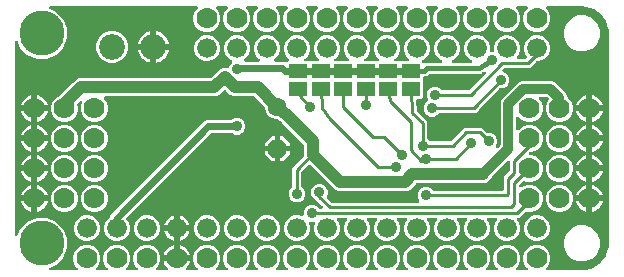
<source format=gbr>
G04 EAGLE Gerber RS-274X export*
G75*
%MOMM*%
%FSLAX34Y34*%
%LPD*%
%INBottom Copper*%
%IPPOS*%
%AMOC8*
5,1,8,0,0,1.08239X$1,22.5*%
G01*
%ADD10R,1.600200X1.168400*%
%ADD11C,2.184400*%
%ADD12P,1.732040X8X292.500000*%
%ADD13C,1.600200*%
%ADD14C,1.778000*%
%ADD15C,3.810000*%
%ADD16C,1.676400*%
%ADD17C,0.906400*%
%ADD18C,0.254000*%
%ADD19C,0.812800*%
%ADD20C,1.016000*%
%ADD21C,0.609600*%
%ADD22C,0.406400*%

G36*
X54567Y2558D02*
X54567Y2558D01*
X54706Y2571D01*
X54725Y2578D01*
X54745Y2581D01*
X54874Y2632D01*
X55005Y2679D01*
X55022Y2690D01*
X55041Y2698D01*
X55153Y2779D01*
X55268Y2857D01*
X55282Y2873D01*
X55298Y2884D01*
X55387Y2992D01*
X55479Y3096D01*
X55488Y3114D01*
X55501Y3129D01*
X55560Y3255D01*
X55623Y3379D01*
X55628Y3399D01*
X55636Y3417D01*
X55663Y3554D01*
X55693Y3689D01*
X55692Y3710D01*
X55696Y3729D01*
X55688Y3868D01*
X55683Y4007D01*
X55678Y4027D01*
X55676Y4047D01*
X55634Y4179D01*
X55595Y4313D01*
X55585Y4330D01*
X55578Y4349D01*
X55504Y4467D01*
X55433Y4587D01*
X55415Y4608D01*
X55408Y4618D01*
X55393Y4632D01*
X55327Y4707D01*
X53809Y6225D01*
X52069Y10426D01*
X52069Y14974D01*
X53809Y19175D01*
X57025Y22391D01*
X61226Y24131D01*
X65774Y24131D01*
X69975Y22391D01*
X73191Y19175D01*
X74931Y14974D01*
X74931Y10426D01*
X73191Y6225D01*
X71673Y4707D01*
X71588Y4598D01*
X71499Y4491D01*
X71490Y4472D01*
X71478Y4456D01*
X71423Y4328D01*
X71364Y4203D01*
X71360Y4183D01*
X71352Y4164D01*
X71330Y4026D01*
X71304Y3890D01*
X71305Y3870D01*
X71302Y3850D01*
X71315Y3711D01*
X71324Y3573D01*
X71330Y3554D01*
X71332Y3534D01*
X71379Y3402D01*
X71422Y3271D01*
X71432Y3253D01*
X71439Y3234D01*
X71517Y3119D01*
X71592Y3002D01*
X71606Y2988D01*
X71618Y2971D01*
X71722Y2879D01*
X71823Y2784D01*
X71841Y2774D01*
X71856Y2761D01*
X71980Y2697D01*
X72102Y2630D01*
X72121Y2625D01*
X72139Y2616D01*
X72275Y2586D01*
X72410Y2551D01*
X72438Y2549D01*
X72450Y2546D01*
X72470Y2547D01*
X72570Y2541D01*
X79830Y2541D01*
X79967Y2558D01*
X80106Y2571D01*
X80125Y2578D01*
X80145Y2581D01*
X80274Y2632D01*
X80405Y2679D01*
X80422Y2690D01*
X80441Y2698D01*
X80553Y2779D01*
X80668Y2857D01*
X80682Y2873D01*
X80698Y2884D01*
X80787Y2992D01*
X80879Y3096D01*
X80888Y3114D01*
X80901Y3129D01*
X80960Y3255D01*
X81023Y3379D01*
X81028Y3399D01*
X81036Y3417D01*
X81063Y3554D01*
X81093Y3689D01*
X81092Y3710D01*
X81096Y3729D01*
X81088Y3868D01*
X81083Y4007D01*
X81078Y4027D01*
X81076Y4047D01*
X81034Y4179D01*
X80995Y4313D01*
X80985Y4330D01*
X80978Y4349D01*
X80904Y4467D01*
X80833Y4587D01*
X80815Y4608D01*
X80808Y4618D01*
X80793Y4632D01*
X80727Y4707D01*
X79209Y6225D01*
X77469Y10426D01*
X77469Y14974D01*
X79209Y19175D01*
X82425Y22391D01*
X86626Y24131D01*
X91174Y24131D01*
X95375Y22391D01*
X98591Y19175D01*
X100331Y14974D01*
X100331Y10426D01*
X98591Y6225D01*
X97073Y4707D01*
X96988Y4598D01*
X96899Y4491D01*
X96890Y4472D01*
X96878Y4456D01*
X96823Y4328D01*
X96764Y4203D01*
X96760Y4183D01*
X96752Y4164D01*
X96730Y4026D01*
X96704Y3890D01*
X96705Y3870D01*
X96702Y3850D01*
X96715Y3711D01*
X96724Y3573D01*
X96730Y3554D01*
X96732Y3534D01*
X96779Y3402D01*
X96822Y3271D01*
X96832Y3253D01*
X96839Y3234D01*
X96917Y3119D01*
X96992Y3002D01*
X97006Y2988D01*
X97018Y2971D01*
X97122Y2879D01*
X97223Y2784D01*
X97241Y2774D01*
X97256Y2761D01*
X97380Y2697D01*
X97502Y2630D01*
X97521Y2625D01*
X97539Y2616D01*
X97675Y2586D01*
X97810Y2551D01*
X97838Y2549D01*
X97850Y2546D01*
X97870Y2547D01*
X97970Y2541D01*
X105230Y2541D01*
X105367Y2558D01*
X105506Y2571D01*
X105525Y2578D01*
X105545Y2581D01*
X105674Y2632D01*
X105805Y2679D01*
X105822Y2690D01*
X105841Y2698D01*
X105953Y2779D01*
X106068Y2857D01*
X106082Y2873D01*
X106098Y2884D01*
X106187Y2992D01*
X106279Y3096D01*
X106288Y3114D01*
X106301Y3129D01*
X106360Y3255D01*
X106423Y3379D01*
X106428Y3399D01*
X106436Y3417D01*
X106463Y3554D01*
X106493Y3689D01*
X106492Y3710D01*
X106496Y3729D01*
X106488Y3868D01*
X106483Y4007D01*
X106478Y4027D01*
X106476Y4047D01*
X106434Y4179D01*
X106395Y4313D01*
X106385Y4330D01*
X106378Y4349D01*
X106304Y4467D01*
X106233Y4587D01*
X106215Y4608D01*
X106208Y4618D01*
X106193Y4632D01*
X106127Y4707D01*
X104609Y6225D01*
X102869Y10426D01*
X102869Y14974D01*
X104609Y19175D01*
X107825Y22391D01*
X112026Y24131D01*
X116574Y24131D01*
X120775Y22391D01*
X123991Y19175D01*
X125731Y14974D01*
X125731Y10426D01*
X123991Y6225D01*
X122473Y4707D01*
X122388Y4598D01*
X122299Y4491D01*
X122290Y4472D01*
X122278Y4456D01*
X122223Y4328D01*
X122164Y4203D01*
X122160Y4183D01*
X122152Y4164D01*
X122130Y4026D01*
X122104Y3890D01*
X122105Y3870D01*
X122102Y3850D01*
X122115Y3711D01*
X122124Y3573D01*
X122130Y3554D01*
X122132Y3534D01*
X122179Y3402D01*
X122222Y3271D01*
X122232Y3253D01*
X122239Y3234D01*
X122317Y3119D01*
X122392Y3002D01*
X122406Y2988D01*
X122418Y2971D01*
X122522Y2879D01*
X122623Y2784D01*
X122641Y2774D01*
X122656Y2761D01*
X122780Y2697D01*
X122902Y2630D01*
X122921Y2625D01*
X122939Y2616D01*
X123075Y2586D01*
X123210Y2551D01*
X123238Y2549D01*
X123250Y2546D01*
X123270Y2547D01*
X123370Y2541D01*
X130630Y2541D01*
X130768Y2558D01*
X130906Y2571D01*
X130925Y2578D01*
X130945Y2581D01*
X131075Y2632D01*
X131205Y2679D01*
X131222Y2690D01*
X131241Y2698D01*
X131353Y2779D01*
X131468Y2857D01*
X131482Y2873D01*
X131498Y2884D01*
X131587Y2992D01*
X131679Y3096D01*
X131688Y3114D01*
X131701Y3129D01*
X131760Y3255D01*
X131823Y3379D01*
X131828Y3399D01*
X131836Y3417D01*
X131862Y3553D01*
X131893Y3689D01*
X131892Y3710D01*
X131896Y3729D01*
X131888Y3868D01*
X131883Y4007D01*
X131878Y4027D01*
X131876Y4047D01*
X131834Y4179D01*
X131795Y4313D01*
X131785Y4330D01*
X131778Y4349D01*
X131704Y4467D01*
X131633Y4587D01*
X131615Y4608D01*
X131608Y4618D01*
X131593Y4632D01*
X131527Y4708D01*
X130981Y5253D01*
X129923Y6709D01*
X129107Y8312D01*
X128551Y10023D01*
X128523Y10201D01*
X138470Y10201D01*
X138588Y10216D01*
X138707Y10223D01*
X138745Y10235D01*
X138785Y10241D01*
X138896Y10284D01*
X139009Y10321D01*
X139043Y10343D01*
X139081Y10358D01*
X139177Y10427D01*
X139278Y10491D01*
X139306Y10521D01*
X139338Y10544D01*
X139414Y10636D01*
X139496Y10723D01*
X139515Y10758D01*
X139541Y10789D01*
X139592Y10897D01*
X139649Y11001D01*
X139659Y11041D01*
X139677Y11077D01*
X139697Y11184D01*
X139701Y11154D01*
X139745Y11044D01*
X139781Y10931D01*
X139803Y10896D01*
X139818Y10859D01*
X139888Y10762D01*
X139951Y10662D01*
X139981Y10634D01*
X140005Y10601D01*
X140096Y10525D01*
X140183Y10444D01*
X140218Y10424D01*
X140250Y10399D01*
X140357Y10348D01*
X140462Y10290D01*
X140501Y10280D01*
X140537Y10263D01*
X140654Y10241D01*
X140770Y10211D01*
X140830Y10207D01*
X140850Y10203D01*
X140870Y10205D01*
X140930Y10201D01*
X150877Y10201D01*
X150849Y10023D01*
X150293Y8312D01*
X149477Y6709D01*
X148419Y5253D01*
X147873Y4708D01*
X147788Y4598D01*
X147699Y4491D01*
X147690Y4472D01*
X147678Y4456D01*
X147623Y4328D01*
X147564Y4203D01*
X147560Y4183D01*
X147552Y4164D01*
X147530Y4026D01*
X147504Y3890D01*
X147505Y3870D01*
X147502Y3850D01*
X147515Y3711D01*
X147524Y3573D01*
X147530Y3554D01*
X147532Y3534D01*
X147579Y3403D01*
X147622Y3271D01*
X147632Y3253D01*
X147639Y3234D01*
X147717Y3120D01*
X147792Y3002D01*
X147806Y2988D01*
X147818Y2971D01*
X147922Y2879D01*
X148023Y2784D01*
X148041Y2774D01*
X148056Y2761D01*
X148180Y2698D01*
X148302Y2630D01*
X148321Y2625D01*
X148339Y2616D01*
X148475Y2586D01*
X148610Y2551D01*
X148638Y2549D01*
X148650Y2546D01*
X148670Y2547D01*
X148770Y2541D01*
X156030Y2541D01*
X156167Y2558D01*
X156306Y2571D01*
X156325Y2578D01*
X156345Y2581D01*
X156474Y2632D01*
X156605Y2679D01*
X156622Y2690D01*
X156641Y2698D01*
X156753Y2779D01*
X156868Y2857D01*
X156882Y2873D01*
X156898Y2884D01*
X156987Y2992D01*
X157079Y3096D01*
X157088Y3114D01*
X157101Y3129D01*
X157160Y3255D01*
X157223Y3379D01*
X157228Y3399D01*
X157236Y3417D01*
X157263Y3554D01*
X157293Y3689D01*
X157292Y3710D01*
X157296Y3729D01*
X157288Y3868D01*
X157283Y4007D01*
X157278Y4027D01*
X157276Y4047D01*
X157234Y4179D01*
X157195Y4313D01*
X157185Y4330D01*
X157178Y4349D01*
X157104Y4467D01*
X157033Y4587D01*
X157015Y4608D01*
X157008Y4618D01*
X156993Y4632D01*
X156927Y4707D01*
X155409Y6225D01*
X153669Y10426D01*
X153669Y14974D01*
X155409Y19175D01*
X158625Y22391D01*
X162826Y24131D01*
X167374Y24131D01*
X171575Y22391D01*
X174791Y19175D01*
X176531Y14974D01*
X176531Y10426D01*
X174791Y6225D01*
X173273Y4707D01*
X173188Y4598D01*
X173099Y4491D01*
X173090Y4472D01*
X173078Y4456D01*
X173023Y4328D01*
X172964Y4203D01*
X172960Y4183D01*
X172952Y4164D01*
X172930Y4026D01*
X172904Y3890D01*
X172905Y3870D01*
X172902Y3850D01*
X172915Y3711D01*
X172924Y3573D01*
X172930Y3554D01*
X172932Y3534D01*
X172979Y3402D01*
X173022Y3271D01*
X173032Y3253D01*
X173039Y3234D01*
X173117Y3119D01*
X173192Y3002D01*
X173206Y2988D01*
X173218Y2971D01*
X173322Y2879D01*
X173423Y2784D01*
X173441Y2774D01*
X173456Y2761D01*
X173580Y2697D01*
X173702Y2630D01*
X173721Y2625D01*
X173739Y2616D01*
X173875Y2586D01*
X174010Y2551D01*
X174038Y2549D01*
X174050Y2546D01*
X174070Y2547D01*
X174170Y2541D01*
X181430Y2541D01*
X181567Y2558D01*
X181706Y2571D01*
X181725Y2578D01*
X181745Y2581D01*
X181874Y2632D01*
X182005Y2679D01*
X182022Y2690D01*
X182041Y2698D01*
X182153Y2779D01*
X182268Y2857D01*
X182282Y2873D01*
X182298Y2884D01*
X182387Y2992D01*
X182479Y3096D01*
X182488Y3114D01*
X182501Y3129D01*
X182560Y3255D01*
X182623Y3379D01*
X182628Y3399D01*
X182636Y3417D01*
X182663Y3554D01*
X182693Y3689D01*
X182692Y3710D01*
X182696Y3729D01*
X182688Y3868D01*
X182683Y4007D01*
X182678Y4027D01*
X182676Y4047D01*
X182634Y4179D01*
X182595Y4313D01*
X182585Y4330D01*
X182578Y4349D01*
X182504Y4467D01*
X182433Y4587D01*
X182415Y4608D01*
X182408Y4618D01*
X182393Y4632D01*
X182327Y4707D01*
X180809Y6225D01*
X179069Y10426D01*
X179069Y14974D01*
X180809Y19175D01*
X184025Y22391D01*
X188226Y24131D01*
X192774Y24131D01*
X196975Y22391D01*
X200191Y19175D01*
X201931Y14974D01*
X201931Y10426D01*
X200191Y6225D01*
X198673Y4707D01*
X198588Y4598D01*
X198499Y4491D01*
X198490Y4472D01*
X198478Y4456D01*
X198423Y4328D01*
X198364Y4203D01*
X198360Y4183D01*
X198352Y4164D01*
X198330Y4026D01*
X198304Y3890D01*
X198305Y3870D01*
X198302Y3850D01*
X198315Y3711D01*
X198324Y3573D01*
X198330Y3554D01*
X198332Y3534D01*
X198379Y3402D01*
X198422Y3271D01*
X198432Y3253D01*
X198439Y3234D01*
X198517Y3119D01*
X198592Y3002D01*
X198606Y2988D01*
X198618Y2971D01*
X198722Y2879D01*
X198823Y2784D01*
X198841Y2774D01*
X198856Y2761D01*
X198980Y2697D01*
X199102Y2630D01*
X199121Y2625D01*
X199139Y2616D01*
X199275Y2586D01*
X199410Y2551D01*
X199438Y2549D01*
X199450Y2546D01*
X199470Y2547D01*
X199570Y2541D01*
X206830Y2541D01*
X206967Y2558D01*
X207106Y2571D01*
X207125Y2578D01*
X207145Y2581D01*
X207274Y2632D01*
X207405Y2679D01*
X207422Y2690D01*
X207441Y2698D01*
X207553Y2779D01*
X207668Y2857D01*
X207682Y2873D01*
X207698Y2884D01*
X207787Y2992D01*
X207879Y3096D01*
X207888Y3114D01*
X207901Y3129D01*
X207960Y3255D01*
X208023Y3379D01*
X208028Y3399D01*
X208036Y3417D01*
X208063Y3554D01*
X208093Y3689D01*
X208092Y3710D01*
X208096Y3729D01*
X208088Y3868D01*
X208083Y4007D01*
X208078Y4027D01*
X208076Y4047D01*
X208034Y4179D01*
X207995Y4313D01*
X207985Y4330D01*
X207978Y4349D01*
X207904Y4467D01*
X207833Y4587D01*
X207815Y4608D01*
X207808Y4618D01*
X207793Y4632D01*
X207727Y4707D01*
X206209Y6225D01*
X204469Y10426D01*
X204469Y14974D01*
X206209Y19175D01*
X209425Y22391D01*
X213626Y24131D01*
X218174Y24131D01*
X222375Y22391D01*
X225591Y19175D01*
X227331Y14974D01*
X227331Y10426D01*
X225591Y6225D01*
X224073Y4707D01*
X223988Y4598D01*
X223899Y4491D01*
X223890Y4472D01*
X223878Y4456D01*
X223823Y4328D01*
X223764Y4203D01*
X223760Y4183D01*
X223752Y4164D01*
X223730Y4026D01*
X223704Y3890D01*
X223705Y3870D01*
X223702Y3850D01*
X223715Y3711D01*
X223724Y3573D01*
X223730Y3554D01*
X223732Y3534D01*
X223779Y3402D01*
X223822Y3271D01*
X223832Y3253D01*
X223839Y3234D01*
X223917Y3119D01*
X223992Y3002D01*
X224006Y2988D01*
X224018Y2971D01*
X224122Y2879D01*
X224223Y2784D01*
X224241Y2774D01*
X224256Y2761D01*
X224380Y2697D01*
X224502Y2630D01*
X224521Y2625D01*
X224539Y2616D01*
X224675Y2586D01*
X224810Y2551D01*
X224838Y2549D01*
X224850Y2546D01*
X224870Y2547D01*
X224970Y2541D01*
X232230Y2541D01*
X232367Y2558D01*
X232506Y2571D01*
X232525Y2578D01*
X232545Y2581D01*
X232674Y2632D01*
X232805Y2679D01*
X232822Y2690D01*
X232841Y2698D01*
X232953Y2779D01*
X233068Y2857D01*
X233082Y2873D01*
X233098Y2884D01*
X233187Y2992D01*
X233279Y3096D01*
X233288Y3114D01*
X233301Y3129D01*
X233360Y3255D01*
X233423Y3379D01*
X233428Y3399D01*
X233436Y3417D01*
X233463Y3554D01*
X233493Y3689D01*
X233492Y3710D01*
X233496Y3729D01*
X233488Y3868D01*
X233483Y4007D01*
X233478Y4027D01*
X233476Y4047D01*
X233434Y4179D01*
X233395Y4313D01*
X233385Y4330D01*
X233378Y4349D01*
X233304Y4467D01*
X233233Y4587D01*
X233215Y4608D01*
X233208Y4618D01*
X233193Y4632D01*
X233127Y4707D01*
X231609Y6225D01*
X229869Y10426D01*
X229869Y14974D01*
X231609Y19175D01*
X234825Y22391D01*
X239026Y24131D01*
X243574Y24131D01*
X247775Y22391D01*
X250991Y19175D01*
X252731Y14974D01*
X252731Y10426D01*
X250991Y6225D01*
X249473Y4707D01*
X249388Y4598D01*
X249299Y4491D01*
X249290Y4472D01*
X249278Y4456D01*
X249223Y4328D01*
X249164Y4203D01*
X249160Y4183D01*
X249152Y4164D01*
X249130Y4026D01*
X249104Y3890D01*
X249105Y3870D01*
X249102Y3850D01*
X249115Y3711D01*
X249124Y3573D01*
X249130Y3554D01*
X249132Y3534D01*
X249179Y3402D01*
X249222Y3271D01*
X249232Y3253D01*
X249239Y3234D01*
X249317Y3119D01*
X249392Y3002D01*
X249406Y2988D01*
X249418Y2971D01*
X249522Y2879D01*
X249623Y2784D01*
X249641Y2774D01*
X249656Y2761D01*
X249780Y2697D01*
X249902Y2630D01*
X249921Y2625D01*
X249939Y2616D01*
X250075Y2586D01*
X250210Y2551D01*
X250238Y2549D01*
X250250Y2546D01*
X250270Y2547D01*
X250370Y2541D01*
X257630Y2541D01*
X257767Y2558D01*
X257906Y2571D01*
X257925Y2578D01*
X257945Y2581D01*
X258074Y2632D01*
X258205Y2679D01*
X258222Y2690D01*
X258241Y2698D01*
X258353Y2779D01*
X258468Y2857D01*
X258482Y2873D01*
X258498Y2884D01*
X258587Y2992D01*
X258679Y3096D01*
X258688Y3114D01*
X258701Y3129D01*
X258760Y3255D01*
X258823Y3379D01*
X258828Y3399D01*
X258836Y3417D01*
X258863Y3554D01*
X258893Y3689D01*
X258892Y3710D01*
X258896Y3729D01*
X258888Y3868D01*
X258883Y4007D01*
X258878Y4027D01*
X258876Y4047D01*
X258834Y4179D01*
X258795Y4313D01*
X258785Y4330D01*
X258778Y4349D01*
X258704Y4467D01*
X258633Y4587D01*
X258615Y4608D01*
X258608Y4618D01*
X258593Y4632D01*
X258527Y4707D01*
X257009Y6225D01*
X255269Y10426D01*
X255269Y14974D01*
X257009Y19175D01*
X260225Y22391D01*
X264426Y24131D01*
X268974Y24131D01*
X273175Y22391D01*
X276391Y19175D01*
X278131Y14974D01*
X278131Y10426D01*
X276391Y6225D01*
X274873Y4707D01*
X274788Y4598D01*
X274699Y4491D01*
X274690Y4472D01*
X274678Y4456D01*
X274623Y4328D01*
X274564Y4203D01*
X274560Y4183D01*
X274552Y4164D01*
X274530Y4026D01*
X274504Y3890D01*
X274505Y3870D01*
X274502Y3850D01*
X274515Y3711D01*
X274524Y3573D01*
X274530Y3554D01*
X274532Y3534D01*
X274579Y3402D01*
X274622Y3271D01*
X274632Y3253D01*
X274639Y3234D01*
X274717Y3119D01*
X274792Y3002D01*
X274806Y2988D01*
X274818Y2971D01*
X274922Y2879D01*
X275023Y2784D01*
X275041Y2774D01*
X275056Y2761D01*
X275180Y2697D01*
X275302Y2630D01*
X275321Y2625D01*
X275339Y2616D01*
X275475Y2586D01*
X275610Y2551D01*
X275638Y2549D01*
X275650Y2546D01*
X275670Y2547D01*
X275770Y2541D01*
X283030Y2541D01*
X283167Y2558D01*
X283306Y2571D01*
X283325Y2578D01*
X283345Y2581D01*
X283474Y2632D01*
X283605Y2679D01*
X283622Y2690D01*
X283641Y2698D01*
X283753Y2779D01*
X283868Y2857D01*
X283882Y2873D01*
X283898Y2884D01*
X283987Y2992D01*
X284079Y3096D01*
X284088Y3114D01*
X284101Y3129D01*
X284160Y3255D01*
X284223Y3379D01*
X284228Y3399D01*
X284236Y3417D01*
X284263Y3554D01*
X284293Y3689D01*
X284292Y3710D01*
X284296Y3729D01*
X284288Y3868D01*
X284283Y4007D01*
X284278Y4027D01*
X284276Y4047D01*
X284234Y4179D01*
X284195Y4313D01*
X284185Y4330D01*
X284178Y4349D01*
X284104Y4467D01*
X284033Y4587D01*
X284015Y4608D01*
X284008Y4618D01*
X283993Y4632D01*
X283927Y4707D01*
X282409Y6225D01*
X280669Y10426D01*
X280669Y14974D01*
X282409Y19175D01*
X285625Y22391D01*
X289826Y24131D01*
X294374Y24131D01*
X298575Y22391D01*
X301791Y19175D01*
X303531Y14974D01*
X303531Y10426D01*
X301791Y6225D01*
X300273Y4707D01*
X300188Y4598D01*
X300099Y4491D01*
X300090Y4472D01*
X300078Y4456D01*
X300023Y4328D01*
X299964Y4203D01*
X299960Y4183D01*
X299952Y4164D01*
X299930Y4026D01*
X299904Y3890D01*
X299905Y3870D01*
X299902Y3850D01*
X299915Y3711D01*
X299924Y3573D01*
X299930Y3554D01*
X299932Y3534D01*
X299979Y3402D01*
X300022Y3271D01*
X300032Y3253D01*
X300039Y3234D01*
X300117Y3119D01*
X300192Y3002D01*
X300206Y2988D01*
X300218Y2971D01*
X300322Y2879D01*
X300423Y2784D01*
X300441Y2774D01*
X300456Y2761D01*
X300580Y2697D01*
X300702Y2630D01*
X300721Y2625D01*
X300739Y2616D01*
X300875Y2586D01*
X301010Y2551D01*
X301038Y2549D01*
X301050Y2546D01*
X301070Y2547D01*
X301170Y2541D01*
X308430Y2541D01*
X308567Y2558D01*
X308706Y2571D01*
X308725Y2578D01*
X308745Y2581D01*
X308874Y2632D01*
X309005Y2679D01*
X309022Y2690D01*
X309041Y2698D01*
X309153Y2779D01*
X309268Y2857D01*
X309282Y2873D01*
X309298Y2884D01*
X309387Y2992D01*
X309479Y3096D01*
X309488Y3114D01*
X309501Y3129D01*
X309560Y3255D01*
X309623Y3379D01*
X309628Y3399D01*
X309636Y3417D01*
X309663Y3554D01*
X309693Y3689D01*
X309692Y3710D01*
X309696Y3729D01*
X309688Y3868D01*
X309683Y4007D01*
X309678Y4027D01*
X309676Y4047D01*
X309634Y4179D01*
X309595Y4313D01*
X309585Y4330D01*
X309578Y4349D01*
X309504Y4467D01*
X309433Y4587D01*
X309415Y4608D01*
X309408Y4618D01*
X309393Y4632D01*
X309327Y4707D01*
X307809Y6225D01*
X306069Y10426D01*
X306069Y14974D01*
X307809Y19175D01*
X311025Y22391D01*
X315226Y24131D01*
X319774Y24131D01*
X323975Y22391D01*
X327191Y19175D01*
X328931Y14974D01*
X328931Y10426D01*
X327191Y6225D01*
X325673Y4707D01*
X325588Y4598D01*
X325499Y4491D01*
X325490Y4472D01*
X325478Y4456D01*
X325423Y4328D01*
X325364Y4203D01*
X325360Y4183D01*
X325352Y4164D01*
X325330Y4026D01*
X325304Y3890D01*
X325305Y3870D01*
X325302Y3850D01*
X325315Y3711D01*
X325324Y3573D01*
X325330Y3554D01*
X325332Y3534D01*
X325379Y3402D01*
X325422Y3271D01*
X325432Y3253D01*
X325439Y3234D01*
X325517Y3119D01*
X325592Y3002D01*
X325606Y2988D01*
X325618Y2971D01*
X325722Y2879D01*
X325823Y2784D01*
X325841Y2774D01*
X325856Y2761D01*
X325980Y2697D01*
X326102Y2630D01*
X326121Y2625D01*
X326139Y2616D01*
X326275Y2586D01*
X326410Y2551D01*
X326438Y2549D01*
X326450Y2546D01*
X326470Y2547D01*
X326570Y2541D01*
X333830Y2541D01*
X333967Y2558D01*
X334106Y2571D01*
X334125Y2578D01*
X334145Y2581D01*
X334274Y2632D01*
X334405Y2679D01*
X334422Y2690D01*
X334441Y2698D01*
X334553Y2779D01*
X334668Y2857D01*
X334682Y2873D01*
X334698Y2884D01*
X334787Y2992D01*
X334879Y3096D01*
X334888Y3114D01*
X334901Y3129D01*
X334960Y3255D01*
X335023Y3379D01*
X335028Y3399D01*
X335036Y3417D01*
X335063Y3554D01*
X335093Y3689D01*
X335092Y3710D01*
X335096Y3729D01*
X335088Y3868D01*
X335083Y4007D01*
X335078Y4027D01*
X335076Y4047D01*
X335034Y4179D01*
X334995Y4313D01*
X334985Y4330D01*
X334978Y4349D01*
X334904Y4467D01*
X334833Y4587D01*
X334815Y4608D01*
X334808Y4618D01*
X334793Y4632D01*
X334727Y4707D01*
X333209Y6225D01*
X331469Y10426D01*
X331469Y14974D01*
X333209Y19175D01*
X336425Y22391D01*
X340626Y24131D01*
X345174Y24131D01*
X349375Y22391D01*
X352591Y19175D01*
X354331Y14974D01*
X354331Y10426D01*
X352591Y6225D01*
X351073Y4707D01*
X350988Y4598D01*
X350899Y4491D01*
X350890Y4472D01*
X350878Y4456D01*
X350823Y4328D01*
X350764Y4203D01*
X350760Y4183D01*
X350752Y4164D01*
X350730Y4026D01*
X350704Y3890D01*
X350705Y3870D01*
X350702Y3850D01*
X350715Y3711D01*
X350724Y3573D01*
X350730Y3554D01*
X350732Y3534D01*
X350779Y3402D01*
X350822Y3271D01*
X350832Y3253D01*
X350839Y3234D01*
X350917Y3119D01*
X350992Y3002D01*
X351006Y2988D01*
X351018Y2971D01*
X351122Y2879D01*
X351223Y2784D01*
X351241Y2774D01*
X351256Y2761D01*
X351380Y2697D01*
X351502Y2630D01*
X351521Y2625D01*
X351539Y2616D01*
X351675Y2586D01*
X351810Y2551D01*
X351838Y2549D01*
X351850Y2546D01*
X351870Y2547D01*
X351970Y2541D01*
X359230Y2541D01*
X359367Y2558D01*
X359506Y2571D01*
X359525Y2578D01*
X359545Y2581D01*
X359674Y2632D01*
X359805Y2679D01*
X359822Y2690D01*
X359841Y2698D01*
X359953Y2779D01*
X360068Y2857D01*
X360082Y2873D01*
X360098Y2884D01*
X360187Y2992D01*
X360279Y3096D01*
X360288Y3114D01*
X360301Y3129D01*
X360360Y3255D01*
X360423Y3379D01*
X360428Y3399D01*
X360436Y3417D01*
X360463Y3554D01*
X360493Y3689D01*
X360492Y3710D01*
X360496Y3729D01*
X360488Y3868D01*
X360483Y4007D01*
X360478Y4027D01*
X360476Y4047D01*
X360434Y4179D01*
X360395Y4313D01*
X360385Y4330D01*
X360378Y4349D01*
X360304Y4467D01*
X360233Y4587D01*
X360215Y4608D01*
X360208Y4618D01*
X360193Y4632D01*
X360127Y4707D01*
X358609Y6225D01*
X356869Y10426D01*
X356869Y14974D01*
X358609Y19175D01*
X361825Y22391D01*
X366026Y24131D01*
X370574Y24131D01*
X374775Y22391D01*
X377991Y19175D01*
X379731Y14974D01*
X379731Y10426D01*
X377991Y6225D01*
X376473Y4707D01*
X376388Y4598D01*
X376299Y4491D01*
X376290Y4472D01*
X376278Y4456D01*
X376223Y4328D01*
X376164Y4203D01*
X376160Y4183D01*
X376152Y4164D01*
X376130Y4026D01*
X376104Y3890D01*
X376105Y3870D01*
X376102Y3850D01*
X376115Y3711D01*
X376124Y3573D01*
X376130Y3554D01*
X376132Y3534D01*
X376179Y3402D01*
X376222Y3271D01*
X376232Y3253D01*
X376239Y3234D01*
X376317Y3119D01*
X376392Y3002D01*
X376406Y2988D01*
X376418Y2971D01*
X376522Y2879D01*
X376623Y2784D01*
X376641Y2774D01*
X376656Y2761D01*
X376780Y2697D01*
X376902Y2630D01*
X376921Y2625D01*
X376939Y2616D01*
X377075Y2586D01*
X377210Y2551D01*
X377238Y2549D01*
X377250Y2546D01*
X377270Y2547D01*
X377370Y2541D01*
X384630Y2541D01*
X384767Y2558D01*
X384906Y2571D01*
X384925Y2578D01*
X384945Y2581D01*
X385074Y2632D01*
X385205Y2679D01*
X385222Y2690D01*
X385241Y2698D01*
X385353Y2779D01*
X385468Y2857D01*
X385482Y2873D01*
X385498Y2884D01*
X385587Y2992D01*
X385679Y3096D01*
X385688Y3114D01*
X385701Y3129D01*
X385760Y3255D01*
X385823Y3379D01*
X385828Y3399D01*
X385836Y3417D01*
X385863Y3554D01*
X385893Y3689D01*
X385892Y3710D01*
X385896Y3729D01*
X385888Y3868D01*
X385883Y4007D01*
X385878Y4027D01*
X385876Y4047D01*
X385834Y4179D01*
X385795Y4313D01*
X385785Y4330D01*
X385778Y4349D01*
X385704Y4467D01*
X385633Y4587D01*
X385615Y4608D01*
X385608Y4618D01*
X385593Y4632D01*
X385527Y4707D01*
X384009Y6225D01*
X382269Y10426D01*
X382269Y14974D01*
X384009Y19175D01*
X387225Y22391D01*
X391426Y24131D01*
X395974Y24131D01*
X400175Y22391D01*
X403391Y19175D01*
X405131Y14974D01*
X405131Y10426D01*
X403391Y6225D01*
X401873Y4707D01*
X401788Y4598D01*
X401699Y4491D01*
X401690Y4472D01*
X401678Y4456D01*
X401623Y4328D01*
X401564Y4203D01*
X401560Y4183D01*
X401552Y4164D01*
X401530Y4026D01*
X401504Y3890D01*
X401505Y3870D01*
X401502Y3850D01*
X401515Y3711D01*
X401524Y3573D01*
X401530Y3554D01*
X401532Y3534D01*
X401579Y3402D01*
X401622Y3271D01*
X401632Y3253D01*
X401639Y3234D01*
X401717Y3119D01*
X401792Y3002D01*
X401806Y2988D01*
X401818Y2971D01*
X401922Y2879D01*
X402023Y2784D01*
X402041Y2774D01*
X402056Y2761D01*
X402180Y2697D01*
X402302Y2630D01*
X402321Y2625D01*
X402339Y2616D01*
X402475Y2586D01*
X402610Y2551D01*
X402638Y2549D01*
X402650Y2546D01*
X402670Y2547D01*
X402770Y2541D01*
X410030Y2541D01*
X410167Y2558D01*
X410306Y2571D01*
X410325Y2578D01*
X410345Y2581D01*
X410474Y2632D01*
X410605Y2679D01*
X410622Y2690D01*
X410641Y2698D01*
X410753Y2779D01*
X410868Y2857D01*
X410882Y2873D01*
X410898Y2884D01*
X410987Y2992D01*
X411079Y3096D01*
X411088Y3114D01*
X411101Y3129D01*
X411160Y3255D01*
X411223Y3379D01*
X411228Y3399D01*
X411236Y3417D01*
X411263Y3554D01*
X411293Y3689D01*
X411292Y3710D01*
X411296Y3729D01*
X411288Y3868D01*
X411283Y4007D01*
X411278Y4027D01*
X411276Y4047D01*
X411234Y4179D01*
X411195Y4313D01*
X411185Y4330D01*
X411178Y4349D01*
X411104Y4467D01*
X411033Y4587D01*
X411015Y4608D01*
X411008Y4618D01*
X410993Y4632D01*
X410927Y4707D01*
X409409Y6225D01*
X407669Y10426D01*
X407669Y14974D01*
X409409Y19175D01*
X412625Y22391D01*
X416826Y24131D01*
X421374Y24131D01*
X425575Y22391D01*
X428791Y19175D01*
X430531Y14974D01*
X430531Y10426D01*
X428791Y6225D01*
X427273Y4707D01*
X427188Y4598D01*
X427099Y4491D01*
X427090Y4472D01*
X427078Y4456D01*
X427023Y4328D01*
X426964Y4203D01*
X426960Y4183D01*
X426952Y4164D01*
X426930Y4026D01*
X426904Y3890D01*
X426905Y3870D01*
X426902Y3850D01*
X426915Y3711D01*
X426924Y3573D01*
X426930Y3554D01*
X426932Y3534D01*
X426979Y3402D01*
X427022Y3271D01*
X427032Y3253D01*
X427039Y3234D01*
X427117Y3119D01*
X427192Y3002D01*
X427206Y2988D01*
X427218Y2971D01*
X427322Y2879D01*
X427423Y2784D01*
X427441Y2774D01*
X427456Y2761D01*
X427580Y2697D01*
X427702Y2630D01*
X427721Y2625D01*
X427739Y2616D01*
X427875Y2586D01*
X428010Y2551D01*
X428038Y2549D01*
X428050Y2546D01*
X428070Y2547D01*
X428170Y2541D01*
X435430Y2541D01*
X435567Y2558D01*
X435706Y2571D01*
X435725Y2578D01*
X435745Y2581D01*
X435874Y2632D01*
X436005Y2679D01*
X436022Y2690D01*
X436041Y2698D01*
X436153Y2779D01*
X436268Y2857D01*
X436282Y2873D01*
X436298Y2884D01*
X436387Y2992D01*
X436479Y3096D01*
X436488Y3114D01*
X436501Y3129D01*
X436560Y3255D01*
X436623Y3379D01*
X436628Y3399D01*
X436636Y3417D01*
X436663Y3554D01*
X436693Y3689D01*
X436692Y3710D01*
X436696Y3729D01*
X436688Y3868D01*
X436683Y4007D01*
X436678Y4027D01*
X436676Y4047D01*
X436634Y4179D01*
X436595Y4313D01*
X436585Y4330D01*
X436578Y4349D01*
X436504Y4467D01*
X436433Y4587D01*
X436415Y4608D01*
X436408Y4618D01*
X436393Y4632D01*
X436327Y4707D01*
X434809Y6225D01*
X433069Y10426D01*
X433069Y14974D01*
X434809Y19175D01*
X438025Y22391D01*
X442226Y24131D01*
X446774Y24131D01*
X450975Y22391D01*
X454191Y19175D01*
X455931Y14974D01*
X455931Y10426D01*
X454191Y6225D01*
X452673Y4707D01*
X452588Y4598D01*
X452499Y4491D01*
X452490Y4472D01*
X452478Y4456D01*
X452423Y4328D01*
X452364Y4203D01*
X452360Y4183D01*
X452352Y4164D01*
X452330Y4026D01*
X452304Y3890D01*
X452305Y3870D01*
X452302Y3850D01*
X452315Y3711D01*
X452324Y3573D01*
X452330Y3554D01*
X452332Y3534D01*
X452379Y3402D01*
X452422Y3271D01*
X452432Y3253D01*
X452439Y3234D01*
X452517Y3119D01*
X452592Y3002D01*
X452606Y2988D01*
X452618Y2971D01*
X452722Y2879D01*
X452823Y2784D01*
X452841Y2774D01*
X452856Y2761D01*
X452980Y2697D01*
X453102Y2630D01*
X453121Y2625D01*
X453139Y2616D01*
X453275Y2586D01*
X453410Y2551D01*
X453438Y2549D01*
X453450Y2546D01*
X453470Y2547D01*
X453570Y2541D01*
X482600Y2541D01*
X482622Y2543D01*
X482700Y2545D01*
X486077Y2810D01*
X486145Y2824D01*
X486214Y2829D01*
X486370Y2869D01*
X492794Y4956D01*
X492901Y5006D01*
X493012Y5050D01*
X493063Y5083D01*
X493082Y5091D01*
X493097Y5104D01*
X493148Y5136D01*
X498612Y9107D01*
X498699Y9188D01*
X498746Y9227D01*
X498752Y9231D01*
X498753Y9232D01*
X498791Y9264D01*
X498829Y9310D01*
X498844Y9324D01*
X498855Y9342D01*
X498893Y9388D01*
X502864Y14852D01*
X502921Y14956D01*
X502985Y15056D01*
X503007Y15113D01*
X503017Y15131D01*
X503022Y15151D01*
X503044Y15206D01*
X505131Y21630D01*
X505144Y21698D01*
X505167Y21764D01*
X505190Y21923D01*
X505455Y25300D01*
X505455Y25304D01*
X505456Y25307D01*
X505455Y25326D01*
X505459Y25400D01*
X505459Y203200D01*
X505457Y203222D01*
X505455Y203300D01*
X505190Y206677D01*
X505176Y206745D01*
X505171Y206814D01*
X505131Y206970D01*
X503044Y213394D01*
X502994Y213501D01*
X502950Y213612D01*
X502917Y213663D01*
X502909Y213682D01*
X502896Y213697D01*
X502864Y213748D01*
X498893Y219212D01*
X498812Y219299D01*
X498736Y219391D01*
X498690Y219429D01*
X498676Y219444D01*
X498658Y219455D01*
X498612Y219493D01*
X493148Y223464D01*
X493044Y223521D01*
X492944Y223585D01*
X492887Y223607D01*
X492869Y223617D01*
X492849Y223622D01*
X492794Y223644D01*
X486370Y225731D01*
X486302Y225744D01*
X486236Y225767D01*
X486077Y225790D01*
X482700Y226055D01*
X482678Y226054D01*
X482600Y226059D01*
X453570Y226059D01*
X453433Y226042D01*
X453294Y226029D01*
X453275Y226022D01*
X453255Y226019D01*
X453126Y225968D01*
X452995Y225921D01*
X452978Y225910D01*
X452959Y225902D01*
X452847Y225821D01*
X452732Y225743D01*
X452718Y225727D01*
X452702Y225716D01*
X452613Y225608D01*
X452521Y225504D01*
X452512Y225486D01*
X452499Y225471D01*
X452440Y225345D01*
X452377Y225221D01*
X452372Y225201D01*
X452364Y225183D01*
X452337Y225046D01*
X452307Y224911D01*
X452308Y224890D01*
X452304Y224871D01*
X452312Y224732D01*
X452317Y224593D01*
X452322Y224573D01*
X452324Y224553D01*
X452366Y224421D01*
X452405Y224287D01*
X452415Y224270D01*
X452422Y224251D01*
X452496Y224133D01*
X452567Y224013D01*
X452585Y223992D01*
X452592Y223982D01*
X452607Y223968D01*
X452673Y223893D01*
X454191Y222375D01*
X455931Y218174D01*
X455931Y213626D01*
X454191Y209425D01*
X450975Y206209D01*
X446774Y204469D01*
X442226Y204469D01*
X438025Y206209D01*
X434809Y209425D01*
X433069Y213626D01*
X433069Y218174D01*
X434809Y222375D01*
X436327Y223893D01*
X436412Y224002D01*
X436501Y224109D01*
X436510Y224128D01*
X436522Y224144D01*
X436577Y224272D01*
X436636Y224397D01*
X436640Y224417D01*
X436648Y224436D01*
X436670Y224574D01*
X436696Y224710D01*
X436695Y224730D01*
X436698Y224750D01*
X436685Y224889D01*
X436676Y225027D01*
X436670Y225046D01*
X436668Y225066D01*
X436621Y225198D01*
X436578Y225329D01*
X436568Y225347D01*
X436561Y225366D01*
X436483Y225481D01*
X436408Y225598D01*
X436394Y225612D01*
X436382Y225629D01*
X436278Y225721D01*
X436177Y225816D01*
X436159Y225826D01*
X436144Y225839D01*
X436020Y225903D01*
X435898Y225970D01*
X435879Y225975D01*
X435861Y225984D01*
X435725Y226014D01*
X435590Y226049D01*
X435562Y226051D01*
X435550Y226054D01*
X435530Y226053D01*
X435430Y226059D01*
X428170Y226059D01*
X428033Y226042D01*
X427894Y226029D01*
X427875Y226022D01*
X427855Y226019D01*
X427726Y225968D01*
X427595Y225921D01*
X427578Y225910D01*
X427559Y225902D01*
X427447Y225821D01*
X427332Y225743D01*
X427318Y225727D01*
X427302Y225716D01*
X427213Y225608D01*
X427121Y225504D01*
X427112Y225486D01*
X427099Y225471D01*
X427040Y225345D01*
X426977Y225221D01*
X426972Y225201D01*
X426964Y225183D01*
X426937Y225046D01*
X426907Y224911D01*
X426908Y224890D01*
X426904Y224871D01*
X426912Y224732D01*
X426917Y224593D01*
X426922Y224573D01*
X426924Y224553D01*
X426966Y224421D01*
X427005Y224287D01*
X427015Y224270D01*
X427022Y224251D01*
X427096Y224133D01*
X427167Y224013D01*
X427185Y223992D01*
X427192Y223982D01*
X427207Y223968D01*
X427273Y223893D01*
X428791Y222375D01*
X430531Y218174D01*
X430531Y213626D01*
X428791Y209425D01*
X425575Y206209D01*
X421374Y204469D01*
X416826Y204469D01*
X412625Y206209D01*
X409409Y209425D01*
X407669Y213626D01*
X407669Y218174D01*
X409409Y222375D01*
X410927Y223893D01*
X411012Y224002D01*
X411101Y224109D01*
X411110Y224128D01*
X411122Y224144D01*
X411177Y224272D01*
X411236Y224397D01*
X411240Y224417D01*
X411248Y224436D01*
X411270Y224574D01*
X411296Y224710D01*
X411295Y224730D01*
X411298Y224750D01*
X411285Y224889D01*
X411276Y225027D01*
X411270Y225046D01*
X411268Y225066D01*
X411221Y225198D01*
X411178Y225329D01*
X411168Y225347D01*
X411161Y225366D01*
X411083Y225481D01*
X411008Y225598D01*
X410994Y225612D01*
X410982Y225629D01*
X410878Y225721D01*
X410777Y225816D01*
X410759Y225826D01*
X410744Y225839D01*
X410620Y225903D01*
X410498Y225970D01*
X410479Y225975D01*
X410461Y225984D01*
X410325Y226014D01*
X410190Y226049D01*
X410162Y226051D01*
X410150Y226054D01*
X410130Y226053D01*
X410030Y226059D01*
X402770Y226059D01*
X402633Y226042D01*
X402494Y226029D01*
X402475Y226022D01*
X402455Y226019D01*
X402326Y225968D01*
X402195Y225921D01*
X402178Y225910D01*
X402159Y225902D01*
X402047Y225821D01*
X401932Y225743D01*
X401918Y225727D01*
X401902Y225716D01*
X401813Y225608D01*
X401721Y225504D01*
X401712Y225486D01*
X401699Y225471D01*
X401640Y225345D01*
X401577Y225221D01*
X401572Y225201D01*
X401564Y225183D01*
X401537Y225046D01*
X401507Y224911D01*
X401508Y224890D01*
X401504Y224871D01*
X401512Y224732D01*
X401517Y224593D01*
X401522Y224573D01*
X401524Y224553D01*
X401566Y224421D01*
X401605Y224287D01*
X401615Y224270D01*
X401622Y224251D01*
X401696Y224133D01*
X401767Y224013D01*
X401785Y223992D01*
X401792Y223982D01*
X401807Y223968D01*
X401873Y223893D01*
X403391Y222375D01*
X405131Y218174D01*
X405131Y213626D01*
X403391Y209425D01*
X400175Y206209D01*
X395974Y204469D01*
X391426Y204469D01*
X387225Y206209D01*
X384009Y209425D01*
X382269Y213626D01*
X382269Y218174D01*
X384009Y222375D01*
X385527Y223893D01*
X385612Y224002D01*
X385701Y224109D01*
X385710Y224128D01*
X385722Y224144D01*
X385777Y224272D01*
X385836Y224397D01*
X385840Y224417D01*
X385848Y224436D01*
X385870Y224574D01*
X385896Y224710D01*
X385895Y224730D01*
X385898Y224750D01*
X385885Y224889D01*
X385876Y225027D01*
X385870Y225046D01*
X385868Y225066D01*
X385821Y225198D01*
X385778Y225329D01*
X385768Y225347D01*
X385761Y225366D01*
X385683Y225481D01*
X385608Y225598D01*
X385594Y225612D01*
X385582Y225629D01*
X385478Y225721D01*
X385377Y225816D01*
X385359Y225826D01*
X385344Y225839D01*
X385220Y225903D01*
X385098Y225970D01*
X385079Y225975D01*
X385061Y225984D01*
X384925Y226014D01*
X384790Y226049D01*
X384762Y226051D01*
X384750Y226054D01*
X384730Y226053D01*
X384630Y226059D01*
X377370Y226059D01*
X377233Y226042D01*
X377094Y226029D01*
X377075Y226022D01*
X377055Y226019D01*
X376926Y225968D01*
X376795Y225921D01*
X376778Y225910D01*
X376759Y225902D01*
X376647Y225821D01*
X376532Y225743D01*
X376518Y225727D01*
X376502Y225716D01*
X376413Y225608D01*
X376321Y225504D01*
X376312Y225486D01*
X376299Y225471D01*
X376240Y225345D01*
X376177Y225221D01*
X376172Y225201D01*
X376164Y225183D01*
X376137Y225046D01*
X376107Y224911D01*
X376108Y224890D01*
X376104Y224871D01*
X376112Y224732D01*
X376117Y224593D01*
X376122Y224573D01*
X376124Y224553D01*
X376166Y224421D01*
X376205Y224287D01*
X376215Y224270D01*
X376222Y224251D01*
X376296Y224133D01*
X376367Y224013D01*
X376385Y223992D01*
X376392Y223982D01*
X376407Y223968D01*
X376473Y223893D01*
X377991Y222375D01*
X379731Y218174D01*
X379731Y213626D01*
X377991Y209425D01*
X374775Y206209D01*
X370574Y204469D01*
X366026Y204469D01*
X361825Y206209D01*
X358609Y209425D01*
X356869Y213626D01*
X356869Y218174D01*
X358609Y222375D01*
X360127Y223893D01*
X360212Y224002D01*
X360301Y224109D01*
X360310Y224128D01*
X360322Y224144D01*
X360377Y224272D01*
X360436Y224397D01*
X360440Y224417D01*
X360448Y224436D01*
X360470Y224574D01*
X360496Y224710D01*
X360495Y224730D01*
X360498Y224750D01*
X360485Y224889D01*
X360476Y225027D01*
X360470Y225046D01*
X360468Y225066D01*
X360421Y225198D01*
X360378Y225329D01*
X360368Y225347D01*
X360361Y225366D01*
X360283Y225481D01*
X360208Y225598D01*
X360194Y225612D01*
X360182Y225629D01*
X360078Y225721D01*
X359977Y225816D01*
X359959Y225826D01*
X359944Y225839D01*
X359820Y225903D01*
X359698Y225970D01*
X359679Y225975D01*
X359661Y225984D01*
X359525Y226014D01*
X359390Y226049D01*
X359362Y226051D01*
X359350Y226054D01*
X359330Y226053D01*
X359230Y226059D01*
X351970Y226059D01*
X351833Y226042D01*
X351694Y226029D01*
X351675Y226022D01*
X351655Y226019D01*
X351526Y225968D01*
X351395Y225921D01*
X351378Y225910D01*
X351359Y225902D01*
X351247Y225821D01*
X351132Y225743D01*
X351118Y225727D01*
X351102Y225716D01*
X351013Y225608D01*
X350921Y225504D01*
X350912Y225486D01*
X350899Y225471D01*
X350840Y225345D01*
X350777Y225221D01*
X350772Y225201D01*
X350764Y225183D01*
X350737Y225046D01*
X350707Y224911D01*
X350708Y224890D01*
X350704Y224871D01*
X350712Y224732D01*
X350717Y224593D01*
X350722Y224573D01*
X350724Y224553D01*
X350766Y224421D01*
X350805Y224287D01*
X350815Y224270D01*
X350822Y224251D01*
X350896Y224133D01*
X350967Y224013D01*
X350985Y223992D01*
X350992Y223982D01*
X351007Y223968D01*
X351073Y223893D01*
X352591Y222375D01*
X354331Y218174D01*
X354331Y213626D01*
X352591Y209425D01*
X349375Y206209D01*
X345174Y204469D01*
X340626Y204469D01*
X336425Y206209D01*
X333209Y209425D01*
X331469Y213626D01*
X331469Y218174D01*
X333209Y222375D01*
X334727Y223893D01*
X334812Y224002D01*
X334901Y224109D01*
X334910Y224128D01*
X334922Y224144D01*
X334977Y224272D01*
X335036Y224397D01*
X335040Y224417D01*
X335048Y224436D01*
X335070Y224574D01*
X335096Y224710D01*
X335095Y224730D01*
X335098Y224750D01*
X335085Y224889D01*
X335076Y225027D01*
X335070Y225046D01*
X335068Y225066D01*
X335021Y225198D01*
X334978Y225329D01*
X334968Y225347D01*
X334961Y225366D01*
X334883Y225481D01*
X334808Y225598D01*
X334794Y225612D01*
X334782Y225629D01*
X334678Y225721D01*
X334577Y225816D01*
X334559Y225826D01*
X334544Y225839D01*
X334420Y225903D01*
X334298Y225970D01*
X334279Y225975D01*
X334261Y225984D01*
X334125Y226014D01*
X333990Y226049D01*
X333962Y226051D01*
X333950Y226054D01*
X333930Y226053D01*
X333830Y226059D01*
X326570Y226059D01*
X326433Y226042D01*
X326294Y226029D01*
X326275Y226022D01*
X326255Y226019D01*
X326126Y225968D01*
X325995Y225921D01*
X325978Y225910D01*
X325959Y225902D01*
X325847Y225821D01*
X325732Y225743D01*
X325718Y225727D01*
X325702Y225716D01*
X325613Y225608D01*
X325521Y225504D01*
X325512Y225486D01*
X325499Y225471D01*
X325440Y225345D01*
X325377Y225221D01*
X325372Y225201D01*
X325364Y225183D01*
X325337Y225046D01*
X325307Y224911D01*
X325308Y224890D01*
X325304Y224871D01*
X325312Y224732D01*
X325317Y224593D01*
X325322Y224573D01*
X325324Y224553D01*
X325366Y224421D01*
X325405Y224287D01*
X325415Y224270D01*
X325422Y224251D01*
X325496Y224133D01*
X325567Y224013D01*
X325585Y223992D01*
X325592Y223982D01*
X325607Y223968D01*
X325673Y223893D01*
X327191Y222375D01*
X328931Y218174D01*
X328931Y213626D01*
X327191Y209425D01*
X323975Y206209D01*
X319774Y204469D01*
X315226Y204469D01*
X311025Y206209D01*
X307809Y209425D01*
X306069Y213626D01*
X306069Y218174D01*
X307809Y222375D01*
X309327Y223893D01*
X309412Y224002D01*
X309501Y224109D01*
X309510Y224128D01*
X309522Y224144D01*
X309577Y224272D01*
X309636Y224397D01*
X309640Y224417D01*
X309648Y224436D01*
X309670Y224574D01*
X309696Y224710D01*
X309695Y224730D01*
X309698Y224750D01*
X309685Y224889D01*
X309676Y225027D01*
X309670Y225046D01*
X309668Y225066D01*
X309621Y225198D01*
X309578Y225329D01*
X309568Y225347D01*
X309561Y225366D01*
X309483Y225481D01*
X309408Y225598D01*
X309394Y225612D01*
X309382Y225629D01*
X309278Y225721D01*
X309177Y225816D01*
X309159Y225826D01*
X309144Y225839D01*
X309020Y225903D01*
X308898Y225970D01*
X308879Y225975D01*
X308861Y225984D01*
X308725Y226014D01*
X308590Y226049D01*
X308562Y226051D01*
X308550Y226054D01*
X308530Y226053D01*
X308430Y226059D01*
X301170Y226059D01*
X301033Y226042D01*
X300894Y226029D01*
X300875Y226022D01*
X300855Y226019D01*
X300726Y225968D01*
X300595Y225921D01*
X300578Y225910D01*
X300559Y225902D01*
X300447Y225821D01*
X300332Y225743D01*
X300318Y225727D01*
X300302Y225716D01*
X300213Y225608D01*
X300121Y225504D01*
X300112Y225486D01*
X300099Y225471D01*
X300040Y225345D01*
X299977Y225221D01*
X299972Y225201D01*
X299964Y225183D01*
X299937Y225046D01*
X299907Y224911D01*
X299908Y224890D01*
X299904Y224871D01*
X299912Y224732D01*
X299917Y224593D01*
X299922Y224573D01*
X299924Y224553D01*
X299966Y224421D01*
X300005Y224287D01*
X300015Y224270D01*
X300022Y224251D01*
X300096Y224133D01*
X300167Y224013D01*
X300185Y223992D01*
X300192Y223982D01*
X300207Y223968D01*
X300273Y223893D01*
X301791Y222375D01*
X303531Y218174D01*
X303531Y213626D01*
X301791Y209425D01*
X298575Y206209D01*
X294374Y204469D01*
X289826Y204469D01*
X285625Y206209D01*
X282409Y209425D01*
X280669Y213626D01*
X280669Y218174D01*
X282409Y222375D01*
X283927Y223893D01*
X284012Y224002D01*
X284101Y224109D01*
X284110Y224128D01*
X284122Y224144D01*
X284177Y224272D01*
X284236Y224397D01*
X284240Y224417D01*
X284248Y224436D01*
X284270Y224574D01*
X284296Y224710D01*
X284295Y224730D01*
X284298Y224750D01*
X284285Y224889D01*
X284276Y225027D01*
X284270Y225046D01*
X284268Y225066D01*
X284221Y225198D01*
X284178Y225329D01*
X284168Y225347D01*
X284161Y225366D01*
X284083Y225481D01*
X284008Y225598D01*
X283994Y225612D01*
X283982Y225629D01*
X283878Y225721D01*
X283777Y225816D01*
X283759Y225826D01*
X283744Y225839D01*
X283620Y225903D01*
X283498Y225970D01*
X283479Y225975D01*
X283461Y225984D01*
X283325Y226014D01*
X283190Y226049D01*
X283162Y226051D01*
X283150Y226054D01*
X283130Y226053D01*
X283030Y226059D01*
X275770Y226059D01*
X275633Y226042D01*
X275494Y226029D01*
X275475Y226022D01*
X275455Y226019D01*
X275326Y225968D01*
X275195Y225921D01*
X275178Y225910D01*
X275159Y225902D01*
X275047Y225821D01*
X274932Y225743D01*
X274918Y225727D01*
X274902Y225716D01*
X274813Y225608D01*
X274721Y225504D01*
X274712Y225486D01*
X274699Y225471D01*
X274640Y225345D01*
X274577Y225221D01*
X274572Y225201D01*
X274564Y225183D01*
X274537Y225046D01*
X274507Y224911D01*
X274508Y224890D01*
X274504Y224871D01*
X274512Y224732D01*
X274517Y224593D01*
X274522Y224573D01*
X274524Y224553D01*
X274566Y224421D01*
X274605Y224287D01*
X274615Y224270D01*
X274622Y224251D01*
X274696Y224133D01*
X274767Y224013D01*
X274785Y223992D01*
X274792Y223982D01*
X274807Y223968D01*
X274873Y223893D01*
X276391Y222375D01*
X278131Y218174D01*
X278131Y213626D01*
X276391Y209425D01*
X273175Y206209D01*
X268974Y204469D01*
X264426Y204469D01*
X260225Y206209D01*
X257009Y209425D01*
X255269Y213626D01*
X255269Y218174D01*
X257009Y222375D01*
X258527Y223893D01*
X258612Y224002D01*
X258701Y224109D01*
X258710Y224128D01*
X258722Y224144D01*
X258777Y224272D01*
X258836Y224397D01*
X258840Y224417D01*
X258848Y224436D01*
X258870Y224574D01*
X258896Y224710D01*
X258895Y224730D01*
X258898Y224750D01*
X258885Y224889D01*
X258876Y225027D01*
X258870Y225046D01*
X258868Y225066D01*
X258821Y225198D01*
X258778Y225329D01*
X258768Y225347D01*
X258761Y225366D01*
X258683Y225481D01*
X258608Y225598D01*
X258594Y225612D01*
X258582Y225629D01*
X258478Y225721D01*
X258377Y225816D01*
X258359Y225826D01*
X258344Y225839D01*
X258220Y225903D01*
X258098Y225970D01*
X258079Y225975D01*
X258061Y225984D01*
X257925Y226014D01*
X257790Y226049D01*
X257762Y226051D01*
X257750Y226054D01*
X257730Y226053D01*
X257630Y226059D01*
X250370Y226059D01*
X250233Y226042D01*
X250094Y226029D01*
X250075Y226022D01*
X250055Y226019D01*
X249926Y225968D01*
X249795Y225921D01*
X249778Y225910D01*
X249759Y225902D01*
X249647Y225821D01*
X249532Y225743D01*
X249518Y225727D01*
X249502Y225716D01*
X249413Y225608D01*
X249321Y225504D01*
X249312Y225486D01*
X249299Y225471D01*
X249240Y225345D01*
X249177Y225221D01*
X249172Y225201D01*
X249164Y225183D01*
X249137Y225046D01*
X249107Y224911D01*
X249108Y224890D01*
X249104Y224871D01*
X249112Y224732D01*
X249117Y224593D01*
X249122Y224573D01*
X249124Y224553D01*
X249166Y224421D01*
X249205Y224287D01*
X249215Y224270D01*
X249222Y224251D01*
X249296Y224133D01*
X249367Y224013D01*
X249385Y223992D01*
X249392Y223982D01*
X249407Y223968D01*
X249473Y223893D01*
X250991Y222375D01*
X252731Y218174D01*
X252731Y213626D01*
X250991Y209425D01*
X247775Y206209D01*
X243574Y204469D01*
X239026Y204469D01*
X234825Y206209D01*
X231609Y209425D01*
X229869Y213626D01*
X229869Y218174D01*
X231609Y222375D01*
X233127Y223893D01*
X233212Y224002D01*
X233301Y224109D01*
X233310Y224128D01*
X233322Y224144D01*
X233377Y224272D01*
X233436Y224397D01*
X233440Y224417D01*
X233448Y224436D01*
X233470Y224574D01*
X233496Y224710D01*
X233495Y224730D01*
X233498Y224750D01*
X233485Y224889D01*
X233476Y225027D01*
X233470Y225046D01*
X233468Y225066D01*
X233421Y225198D01*
X233378Y225329D01*
X233368Y225347D01*
X233361Y225366D01*
X233283Y225481D01*
X233208Y225598D01*
X233194Y225612D01*
X233182Y225629D01*
X233078Y225721D01*
X232977Y225816D01*
X232959Y225826D01*
X232944Y225839D01*
X232820Y225903D01*
X232698Y225970D01*
X232679Y225975D01*
X232661Y225984D01*
X232525Y226014D01*
X232390Y226049D01*
X232362Y226051D01*
X232350Y226054D01*
X232330Y226053D01*
X232230Y226059D01*
X224970Y226059D01*
X224833Y226042D01*
X224694Y226029D01*
X224675Y226022D01*
X224655Y226019D01*
X224526Y225968D01*
X224395Y225921D01*
X224378Y225910D01*
X224359Y225902D01*
X224247Y225821D01*
X224132Y225743D01*
X224118Y225727D01*
X224102Y225716D01*
X224013Y225608D01*
X223921Y225504D01*
X223912Y225486D01*
X223899Y225471D01*
X223840Y225345D01*
X223777Y225221D01*
X223772Y225201D01*
X223764Y225183D01*
X223737Y225046D01*
X223707Y224911D01*
X223708Y224890D01*
X223704Y224871D01*
X223712Y224732D01*
X223717Y224593D01*
X223722Y224573D01*
X223724Y224553D01*
X223766Y224421D01*
X223805Y224287D01*
X223815Y224270D01*
X223822Y224251D01*
X223896Y224133D01*
X223967Y224013D01*
X223985Y223992D01*
X223992Y223982D01*
X224007Y223968D01*
X224073Y223893D01*
X225591Y222375D01*
X227331Y218174D01*
X227331Y213626D01*
X225591Y209425D01*
X222375Y206209D01*
X218174Y204469D01*
X213626Y204469D01*
X209425Y206209D01*
X206209Y209425D01*
X204469Y213626D01*
X204469Y218174D01*
X206209Y222375D01*
X207727Y223893D01*
X207812Y224002D01*
X207901Y224109D01*
X207910Y224128D01*
X207922Y224144D01*
X207977Y224272D01*
X208036Y224397D01*
X208040Y224417D01*
X208048Y224436D01*
X208070Y224574D01*
X208096Y224710D01*
X208095Y224730D01*
X208098Y224750D01*
X208085Y224889D01*
X208076Y225027D01*
X208070Y225046D01*
X208068Y225066D01*
X208021Y225198D01*
X207978Y225329D01*
X207968Y225347D01*
X207961Y225366D01*
X207883Y225481D01*
X207808Y225598D01*
X207794Y225612D01*
X207782Y225629D01*
X207678Y225721D01*
X207577Y225816D01*
X207559Y225826D01*
X207544Y225839D01*
X207420Y225903D01*
X207298Y225970D01*
X207279Y225975D01*
X207261Y225984D01*
X207125Y226014D01*
X206990Y226049D01*
X206962Y226051D01*
X206950Y226054D01*
X206930Y226053D01*
X206830Y226059D01*
X199570Y226059D01*
X199433Y226042D01*
X199294Y226029D01*
X199275Y226022D01*
X199255Y226019D01*
X199126Y225968D01*
X198995Y225921D01*
X198978Y225910D01*
X198959Y225902D01*
X198847Y225821D01*
X198732Y225743D01*
X198718Y225727D01*
X198702Y225716D01*
X198613Y225608D01*
X198521Y225504D01*
X198512Y225486D01*
X198499Y225471D01*
X198440Y225345D01*
X198377Y225221D01*
X198372Y225201D01*
X198364Y225183D01*
X198337Y225046D01*
X198307Y224911D01*
X198308Y224890D01*
X198304Y224871D01*
X198312Y224732D01*
X198317Y224593D01*
X198322Y224573D01*
X198324Y224553D01*
X198366Y224421D01*
X198405Y224287D01*
X198415Y224270D01*
X198422Y224251D01*
X198496Y224133D01*
X198567Y224013D01*
X198585Y223992D01*
X198592Y223982D01*
X198607Y223968D01*
X198673Y223893D01*
X200191Y222375D01*
X201931Y218174D01*
X201931Y213626D01*
X200191Y209425D01*
X196975Y206209D01*
X192774Y204469D01*
X188226Y204469D01*
X184025Y206209D01*
X180809Y209425D01*
X179069Y213626D01*
X179069Y218174D01*
X180809Y222375D01*
X182327Y223893D01*
X182412Y224002D01*
X182501Y224109D01*
X182510Y224128D01*
X182522Y224144D01*
X182577Y224272D01*
X182636Y224397D01*
X182640Y224417D01*
X182648Y224436D01*
X182670Y224574D01*
X182696Y224710D01*
X182695Y224730D01*
X182698Y224750D01*
X182685Y224889D01*
X182676Y225027D01*
X182670Y225046D01*
X182668Y225066D01*
X182621Y225198D01*
X182578Y225329D01*
X182568Y225347D01*
X182561Y225366D01*
X182483Y225481D01*
X182408Y225598D01*
X182394Y225612D01*
X182382Y225629D01*
X182278Y225721D01*
X182177Y225816D01*
X182159Y225826D01*
X182144Y225839D01*
X182020Y225903D01*
X181898Y225970D01*
X181879Y225975D01*
X181861Y225984D01*
X181725Y226014D01*
X181590Y226049D01*
X181562Y226051D01*
X181550Y226054D01*
X181530Y226053D01*
X181430Y226059D01*
X174170Y226059D01*
X174033Y226042D01*
X173894Y226029D01*
X173875Y226022D01*
X173855Y226019D01*
X173726Y225968D01*
X173595Y225921D01*
X173578Y225910D01*
X173559Y225902D01*
X173447Y225821D01*
X173332Y225743D01*
X173318Y225727D01*
X173302Y225716D01*
X173213Y225608D01*
X173121Y225504D01*
X173112Y225486D01*
X173099Y225471D01*
X173040Y225345D01*
X172977Y225221D01*
X172972Y225201D01*
X172964Y225183D01*
X172937Y225046D01*
X172907Y224911D01*
X172908Y224890D01*
X172904Y224871D01*
X172912Y224732D01*
X172917Y224593D01*
X172922Y224573D01*
X172924Y224553D01*
X172966Y224421D01*
X173005Y224287D01*
X173015Y224270D01*
X173022Y224251D01*
X173096Y224133D01*
X173167Y224013D01*
X173185Y223992D01*
X173192Y223982D01*
X173207Y223968D01*
X173273Y223893D01*
X174791Y222375D01*
X176531Y218174D01*
X176531Y213626D01*
X174791Y209425D01*
X171575Y206209D01*
X167374Y204469D01*
X162826Y204469D01*
X158625Y206209D01*
X155409Y209425D01*
X153669Y213626D01*
X153669Y218174D01*
X155409Y222375D01*
X156927Y223893D01*
X157012Y224002D01*
X157101Y224109D01*
X157110Y224128D01*
X157122Y224144D01*
X157177Y224272D01*
X157236Y224397D01*
X157240Y224417D01*
X157248Y224436D01*
X157270Y224574D01*
X157296Y224710D01*
X157295Y224730D01*
X157298Y224750D01*
X157285Y224889D01*
X157276Y225027D01*
X157270Y225046D01*
X157268Y225066D01*
X157221Y225198D01*
X157178Y225329D01*
X157168Y225347D01*
X157161Y225366D01*
X157083Y225481D01*
X157008Y225598D01*
X156994Y225612D01*
X156982Y225629D01*
X156878Y225721D01*
X156777Y225816D01*
X156759Y225826D01*
X156744Y225839D01*
X156620Y225903D01*
X156498Y225970D01*
X156479Y225975D01*
X156461Y225984D01*
X156325Y226014D01*
X156190Y226049D01*
X156162Y226051D01*
X156150Y226054D01*
X156130Y226053D01*
X156030Y226059D01*
X33013Y226059D01*
X32944Y226051D01*
X32874Y226052D01*
X32787Y226031D01*
X32698Y226019D01*
X32633Y225994D01*
X32565Y225977D01*
X32485Y225935D01*
X32402Y225902D01*
X32345Y225861D01*
X32284Y225829D01*
X32217Y225768D01*
X32144Y225716D01*
X32100Y225662D01*
X32048Y225615D01*
X31999Y225540D01*
X31942Y225471D01*
X31912Y225407D01*
X31874Y225349D01*
X31844Y225264D01*
X31806Y225183D01*
X31793Y225114D01*
X31770Y225048D01*
X31763Y224959D01*
X31746Y224871D01*
X31751Y224801D01*
X31745Y224731D01*
X31761Y224643D01*
X31766Y224553D01*
X31788Y224487D01*
X31800Y224418D01*
X31836Y224336D01*
X31864Y224251D01*
X31901Y224192D01*
X31930Y224128D01*
X31986Y224058D01*
X32034Y223982D01*
X32085Y223934D01*
X32129Y223880D01*
X32201Y223825D01*
X32266Y223764D01*
X32327Y223730D01*
X32383Y223688D01*
X32527Y223617D01*
X37630Y221504D01*
X43704Y215430D01*
X46991Y207495D01*
X46991Y198905D01*
X43704Y190970D01*
X37630Y184896D01*
X29695Y181609D01*
X21105Y181609D01*
X13170Y184896D01*
X7096Y190970D01*
X4983Y196073D01*
X4948Y196133D01*
X4922Y196198D01*
X4870Y196271D01*
X4825Y196349D01*
X4776Y196399D01*
X4736Y196455D01*
X4666Y196513D01*
X4604Y196577D01*
X4544Y196614D01*
X4491Y196658D01*
X4409Y196697D01*
X4333Y196744D01*
X4266Y196764D01*
X4203Y196794D01*
X4115Y196811D01*
X4029Y196837D01*
X3959Y196840D01*
X3890Y196854D01*
X3801Y196848D01*
X3711Y196852D01*
X3643Y196838D01*
X3573Y196834D01*
X3488Y196806D01*
X3400Y196788D01*
X3337Y196757D01*
X3271Y196736D01*
X3195Y196688D01*
X3114Y196648D01*
X3061Y196603D01*
X3002Y196566D01*
X2940Y196500D01*
X2872Y196442D01*
X2832Y196385D01*
X2784Y196334D01*
X2741Y196255D01*
X2689Y196182D01*
X2664Y196117D01*
X2630Y196056D01*
X2608Y195969D01*
X2576Y195885D01*
X2568Y195815D01*
X2551Y195748D01*
X2541Y195587D01*
X2541Y33013D01*
X2549Y32944D01*
X2548Y32874D01*
X2569Y32787D01*
X2581Y32698D01*
X2606Y32633D01*
X2623Y32565D01*
X2665Y32485D01*
X2698Y32402D01*
X2739Y32345D01*
X2771Y32284D01*
X2832Y32217D01*
X2884Y32145D01*
X2938Y32100D01*
X2985Y32048D01*
X3060Y31999D01*
X3129Y31942D01*
X3193Y31912D01*
X3251Y31874D01*
X3336Y31844D01*
X3417Y31806D01*
X3486Y31793D01*
X3552Y31770D01*
X3641Y31763D01*
X3729Y31746D01*
X3799Y31751D01*
X3869Y31745D01*
X3957Y31761D01*
X4047Y31766D01*
X4113Y31788D01*
X4182Y31800D01*
X4264Y31837D01*
X4349Y31864D01*
X4408Y31902D01*
X4472Y31930D01*
X4542Y31986D01*
X4618Y32034D01*
X4666Y32085D01*
X4720Y32129D01*
X4775Y32201D01*
X4836Y32266D01*
X4870Y32327D01*
X4912Y32383D01*
X4983Y32527D01*
X7096Y37630D01*
X13170Y43704D01*
X21105Y46991D01*
X29695Y46991D01*
X37630Y43704D01*
X43704Y37630D01*
X46991Y29695D01*
X46991Y21105D01*
X43704Y13170D01*
X37630Y7096D01*
X32527Y4983D01*
X32467Y4948D01*
X32402Y4922D01*
X32329Y4870D01*
X32251Y4825D01*
X32201Y4777D01*
X32144Y4736D01*
X32087Y4666D01*
X32023Y4604D01*
X31986Y4544D01*
X31942Y4491D01*
X31903Y4409D01*
X31856Y4333D01*
X31836Y4266D01*
X31806Y4203D01*
X31789Y4115D01*
X31763Y4029D01*
X31759Y3959D01*
X31746Y3890D01*
X31752Y3801D01*
X31748Y3711D01*
X31762Y3643D01*
X31766Y3573D01*
X31794Y3488D01*
X31812Y3400D01*
X31843Y3337D01*
X31864Y3271D01*
X31912Y3195D01*
X31952Y3114D01*
X31997Y3061D01*
X32034Y3002D01*
X32100Y2940D01*
X32158Y2872D01*
X32215Y2832D01*
X32266Y2784D01*
X32345Y2741D01*
X32418Y2689D01*
X32483Y2664D01*
X32544Y2630D01*
X32631Y2608D01*
X32715Y2576D01*
X32785Y2568D01*
X32852Y2551D01*
X33013Y2541D01*
X54430Y2541D01*
X54567Y2558D01*
G37*
%LPC*%
G36*
X239127Y27177D02*
X239127Y27177D01*
X235113Y28840D01*
X232040Y31913D01*
X230377Y35927D01*
X230377Y40273D01*
X232040Y44287D01*
X235113Y47360D01*
X239127Y49023D01*
X243473Y49023D01*
X245172Y48319D01*
X245220Y48306D01*
X245265Y48284D01*
X245373Y48264D01*
X245479Y48235D01*
X245529Y48234D01*
X245578Y48225D01*
X245687Y48231D01*
X245797Y48230D01*
X245845Y48241D01*
X245895Y48244D01*
X245999Y48278D01*
X246106Y48304D01*
X246150Y48327D01*
X246197Y48342D01*
X246290Y48401D01*
X246387Y48453D01*
X246424Y48486D01*
X246466Y48513D01*
X246541Y48593D01*
X246623Y48666D01*
X246650Y48708D01*
X246684Y48744D01*
X246723Y48814D01*
X246729Y48822D01*
X246740Y48844D01*
X246797Y48932D01*
X246814Y48979D01*
X246838Y49023D01*
X246854Y49088D01*
X246865Y49110D01*
X246873Y49152D01*
X246901Y49233D01*
X246905Y49283D01*
X246917Y49331D01*
X246922Y49408D01*
X246925Y49422D01*
X246924Y49437D01*
X246927Y49491D01*
X246927Y52207D01*
X248004Y54806D01*
X249994Y56796D01*
X252593Y57873D01*
X255407Y57873D01*
X258006Y56796D01*
X259820Y54982D01*
X259898Y54922D01*
X259970Y54854D01*
X260023Y54825D01*
X260071Y54788D01*
X260162Y54748D01*
X260249Y54700D01*
X260307Y54685D01*
X260363Y54661D01*
X260461Y54646D01*
X260557Y54621D01*
X260657Y54615D01*
X260677Y54611D01*
X260689Y54613D01*
X260717Y54611D01*
X262056Y54611D01*
X262193Y54628D01*
X262332Y54641D01*
X262351Y54648D01*
X262371Y54651D01*
X262500Y54702D01*
X262631Y54749D01*
X262648Y54760D01*
X262667Y54768D01*
X262780Y54849D01*
X262895Y54927D01*
X262908Y54943D01*
X262924Y54954D01*
X263013Y55062D01*
X263105Y55166D01*
X263114Y55184D01*
X263127Y55199D01*
X263186Y55325D01*
X263250Y55449D01*
X263254Y55469D01*
X263263Y55487D01*
X263289Y55623D01*
X263319Y55759D01*
X263319Y55780D01*
X263323Y55799D01*
X263314Y55938D01*
X263310Y56077D01*
X263304Y56097D01*
X263303Y56117D01*
X263260Y56249D01*
X263221Y56383D01*
X263211Y56400D01*
X263205Y56419D01*
X263130Y56537D01*
X263060Y56657D01*
X263041Y56678D01*
X263035Y56688D01*
X263020Y56702D01*
X262953Y56777D01*
X259143Y60588D01*
X257893Y61838D01*
X257886Y61843D01*
X257880Y61851D01*
X257804Y61908D01*
X257757Y61952D01*
X257718Y61974D01*
X257642Y62033D01*
X257633Y62036D01*
X257626Y62042D01*
X257481Y62113D01*
X256344Y62584D01*
X254354Y64574D01*
X253277Y67173D01*
X253277Y69987D01*
X254354Y72586D01*
X256344Y74576D01*
X258943Y75653D01*
X261757Y75653D01*
X264356Y74576D01*
X266346Y72586D01*
X267423Y69987D01*
X267423Y67173D01*
X266550Y65067D01*
X266543Y65039D01*
X266529Y65012D01*
X266501Y64885D01*
X266466Y64760D01*
X266466Y64731D01*
X266459Y64702D01*
X266463Y64572D01*
X266461Y64442D01*
X266468Y64414D01*
X266469Y64384D01*
X266505Y64259D01*
X266535Y64133D01*
X266549Y64107D01*
X266558Y64079D01*
X266623Y63967D01*
X266684Y63852D01*
X266704Y63830D01*
X266719Y63805D01*
X266825Y63684D01*
X270447Y60062D01*
X270525Y60002D01*
X270597Y59934D01*
X270650Y59905D01*
X270698Y59868D01*
X270789Y59828D01*
X270876Y59780D01*
X270934Y59765D01*
X270990Y59741D01*
X271088Y59726D01*
X271184Y59701D01*
X271284Y59695D01*
X271304Y59691D01*
X271316Y59693D01*
X271344Y59691D01*
X343803Y59691D01*
X343941Y59708D01*
X344079Y59721D01*
X344098Y59728D01*
X344118Y59731D01*
X344248Y59782D01*
X344378Y59829D01*
X344395Y59840D01*
X344414Y59848D01*
X344526Y59929D01*
X344642Y60007D01*
X344655Y60023D01*
X344671Y60034D01*
X344760Y60142D01*
X344852Y60246D01*
X344861Y60264D01*
X344874Y60279D01*
X344933Y60405D01*
X344997Y60529D01*
X345001Y60549D01*
X345010Y60567D01*
X345036Y60703D01*
X345066Y60839D01*
X345066Y60860D01*
X345069Y60879D01*
X345061Y61018D01*
X345057Y61157D01*
X345051Y61177D01*
X345050Y61197D01*
X345007Y61329D01*
X344968Y61463D01*
X344958Y61480D01*
X344952Y61499D01*
X344877Y61617D01*
X344807Y61737D01*
X344788Y61758D01*
X344781Y61768D01*
X344766Y61782D01*
X344700Y61858D01*
X344524Y62034D01*
X343447Y64633D01*
X343447Y67447D01*
X344524Y70046D01*
X346514Y72036D01*
X349113Y73113D01*
X351927Y73113D01*
X354526Y72036D01*
X356340Y70222D01*
X356418Y70162D01*
X356490Y70094D01*
X356543Y70065D01*
X356591Y70028D01*
X356682Y69988D01*
X356769Y69940D01*
X356827Y69925D01*
X356883Y69901D01*
X356981Y69886D01*
X357077Y69861D01*
X357177Y69855D01*
X357197Y69851D01*
X357209Y69853D01*
X357237Y69851D01*
X415290Y69851D01*
X415408Y69866D01*
X415527Y69873D01*
X415565Y69886D01*
X415606Y69891D01*
X415716Y69934D01*
X415829Y69971D01*
X415864Y69993D01*
X415901Y70008D01*
X415997Y70077D01*
X416098Y70141D01*
X416126Y70171D01*
X416159Y70194D01*
X416235Y70286D01*
X416316Y70373D01*
X416336Y70408D01*
X416361Y70439D01*
X416412Y70547D01*
X416470Y70651D01*
X416480Y70691D01*
X416497Y70727D01*
X416519Y70844D01*
X416549Y70959D01*
X416553Y71019D01*
X416557Y71039D01*
X416555Y71060D01*
X416559Y71120D01*
X416559Y81588D01*
X421268Y86297D01*
X421328Y86375D01*
X421396Y86447D01*
X421425Y86500D01*
X421462Y86548D01*
X421502Y86639D01*
X421550Y86726D01*
X421565Y86784D01*
X421589Y86840D01*
X421604Y86938D01*
X421629Y87034D01*
X421635Y87134D01*
X421639Y87154D01*
X421637Y87166D01*
X421639Y87194D01*
X421639Y94275D01*
X421622Y94412D01*
X421609Y94551D01*
X421602Y94570D01*
X421599Y94590D01*
X421548Y94719D01*
X421501Y94850D01*
X421490Y94867D01*
X421482Y94886D01*
X421401Y94998D01*
X421323Y95113D01*
X421307Y95127D01*
X421296Y95143D01*
X421188Y95232D01*
X421084Y95324D01*
X421066Y95333D01*
X421051Y95346D01*
X420925Y95405D01*
X420801Y95468D01*
X420781Y95473D01*
X420763Y95481D01*
X420627Y95508D01*
X420491Y95538D01*
X420470Y95537D01*
X420451Y95541D01*
X420312Y95533D01*
X420173Y95528D01*
X420153Y95523D01*
X420133Y95521D01*
X420001Y95479D01*
X419867Y95440D01*
X419850Y95430D01*
X419831Y95423D01*
X419713Y95349D01*
X419593Y95278D01*
X419572Y95260D01*
X419562Y95253D01*
X419548Y95238D01*
X419473Y95172D01*
X406435Y82135D01*
X406429Y82127D01*
X406422Y82121D01*
X406332Y82002D01*
X406260Y81915D01*
X406253Y81900D01*
X406240Y81883D01*
X406236Y81875D01*
X406231Y81867D01*
X406160Y81723D01*
X405241Y79503D01*
X403097Y77359D01*
X400296Y76199D01*
X342772Y76199D01*
X342674Y76187D01*
X342575Y76184D01*
X342517Y76167D01*
X342457Y76159D01*
X342365Y76123D01*
X342270Y76095D01*
X342217Y76065D01*
X342161Y76042D01*
X342081Y75984D01*
X341996Y75934D01*
X341920Y75868D01*
X341904Y75856D01*
X341896Y75846D01*
X341875Y75828D01*
X337057Y71009D01*
X334256Y69849D01*
X276614Y69849D01*
X273813Y71009D01*
X271491Y73332D01*
X252838Y91984D01*
X252744Y92057D01*
X252655Y92136D01*
X252619Y92154D01*
X252587Y92179D01*
X252478Y92227D01*
X252372Y92281D01*
X252332Y92289D01*
X252295Y92306D01*
X252178Y92324D01*
X252062Y92350D01*
X252021Y92349D01*
X251981Y92355D01*
X251863Y92344D01*
X251744Y92341D01*
X251705Y92329D01*
X251665Y92326D01*
X251552Y92285D01*
X251438Y92252D01*
X251403Y92232D01*
X251365Y92218D01*
X251267Y92151D01*
X251164Y92091D01*
X251119Y92051D01*
X251102Y92039D01*
X251089Y92024D01*
X251043Y91984D01*
X245482Y86423D01*
X245422Y86345D01*
X245354Y86273D01*
X245325Y86220D01*
X245288Y86172D01*
X245248Y86081D01*
X245200Y85994D01*
X245185Y85936D01*
X245161Y85880D01*
X245146Y85782D01*
X245121Y85686D01*
X245115Y85586D01*
X245111Y85566D01*
X245113Y85554D01*
X245111Y85526D01*
X245111Y74027D01*
X245123Y73929D01*
X245126Y73830D01*
X245143Y73772D01*
X245151Y73712D01*
X245187Y73620D01*
X245215Y73525D01*
X245245Y73472D01*
X245268Y73416D01*
X245326Y73336D01*
X245376Y73251D01*
X245442Y73175D01*
X245454Y73159D01*
X245464Y73151D01*
X245482Y73130D01*
X247296Y71316D01*
X248373Y68717D01*
X248373Y65903D01*
X247296Y63304D01*
X245306Y61314D01*
X242707Y60237D01*
X239893Y60237D01*
X237294Y61314D01*
X235304Y63304D01*
X234227Y65903D01*
X234227Y68717D01*
X235304Y71316D01*
X237118Y73130D01*
X237178Y73208D01*
X237246Y73280D01*
X237275Y73333D01*
X237312Y73381D01*
X237352Y73472D01*
X237400Y73559D01*
X237415Y73617D01*
X237439Y73673D01*
X237454Y73771D01*
X237479Y73867D01*
X237485Y73967D01*
X237489Y73987D01*
X237487Y73999D01*
X237489Y74027D01*
X237489Y89208D01*
X247278Y98997D01*
X247338Y99075D01*
X247406Y99147D01*
X247435Y99200D01*
X247472Y99248D01*
X247512Y99339D01*
X247560Y99426D01*
X247575Y99484D01*
X247599Y99540D01*
X247614Y99638D01*
X247639Y99734D01*
X247645Y99834D01*
X247649Y99854D01*
X247647Y99866D01*
X247649Y99894D01*
X247649Y108078D01*
X247637Y108176D01*
X247634Y108275D01*
X247617Y108333D01*
X247609Y108393D01*
X247573Y108485D01*
X247545Y108580D01*
X247515Y108633D01*
X247492Y108689D01*
X247434Y108769D01*
X247384Y108854D01*
X247318Y108930D01*
X247306Y108946D01*
X247296Y108954D01*
X247278Y108975D01*
X228533Y127720D01*
X228515Y127733D01*
X228461Y127786D01*
X225735Y130123D01*
X225693Y130150D01*
X225656Y130185D01*
X225561Y130238D01*
X225470Y130298D01*
X225422Y130314D01*
X225378Y130339D01*
X225272Y130366D01*
X225169Y130401D01*
X225119Y130405D01*
X225070Y130418D01*
X224909Y130428D01*
X222693Y130428D01*
X218819Y132033D01*
X215853Y134999D01*
X214248Y138873D01*
X214248Y140209D01*
X214236Y140307D01*
X214233Y140406D01*
X214216Y140464D01*
X214208Y140524D01*
X214172Y140616D01*
X214144Y140711D01*
X214114Y140764D01*
X214091Y140820D01*
X214033Y140900D01*
X213983Y140985D01*
X213917Y141061D01*
X213905Y141077D01*
X213895Y141085D01*
X213877Y141106D01*
X205495Y149488D01*
X205417Y149548D01*
X205345Y149616D01*
X205292Y149645D01*
X205244Y149682D01*
X205153Y149722D01*
X205066Y149770D01*
X205008Y149785D01*
X204952Y149809D01*
X204854Y149824D01*
X204758Y149849D01*
X204658Y149855D01*
X204638Y149859D01*
X204626Y149857D01*
X204598Y149859D01*
X187714Y149859D01*
X184913Y151019D01*
X181237Y154695D01*
X181143Y154768D01*
X181054Y154847D01*
X181018Y154865D01*
X180986Y154890D01*
X180877Y154937D01*
X180771Y154992D01*
X180732Y155000D01*
X180694Y155016D01*
X180577Y155035D01*
X180461Y155061D01*
X180420Y155060D01*
X180380Y155066D01*
X180262Y155055D01*
X180143Y155052D01*
X180104Y155040D01*
X180064Y155036D01*
X179951Y154996D01*
X179837Y154963D01*
X179802Y154943D01*
X179764Y154929D01*
X179666Y154862D01*
X179563Y154802D01*
X179518Y154762D01*
X179501Y154750D01*
X179488Y154735D01*
X179442Y154695D01*
X175767Y151019D01*
X172966Y149859D01*
X78920Y149859D01*
X78783Y149842D01*
X78644Y149829D01*
X78625Y149822D01*
X78605Y149819D01*
X78476Y149768D01*
X78345Y149721D01*
X78328Y149710D01*
X78309Y149702D01*
X78197Y149621D01*
X78082Y149543D01*
X78068Y149527D01*
X78052Y149516D01*
X77963Y149408D01*
X77871Y149304D01*
X77862Y149286D01*
X77849Y149271D01*
X77790Y149145D01*
X77727Y149021D01*
X77722Y149001D01*
X77714Y148983D01*
X77687Y148846D01*
X77657Y148711D01*
X77658Y148690D01*
X77654Y148671D01*
X77662Y148532D01*
X77667Y148393D01*
X77672Y148373D01*
X77674Y148353D01*
X77716Y148221D01*
X77755Y148087D01*
X77765Y148070D01*
X77772Y148051D01*
X77846Y147933D01*
X77917Y147813D01*
X77935Y147792D01*
X77942Y147782D01*
X77957Y147768D01*
X78023Y147693D01*
X79541Y146175D01*
X81281Y141974D01*
X81281Y137426D01*
X79541Y133225D01*
X76325Y130009D01*
X72124Y128269D01*
X67576Y128269D01*
X63375Y130009D01*
X60159Y133225D01*
X58419Y137426D01*
X58419Y141974D01*
X59321Y144150D01*
X59339Y144217D01*
X59367Y144281D01*
X59381Y144370D01*
X59405Y144457D01*
X59406Y144526D01*
X59417Y144596D01*
X59408Y144685D01*
X59410Y144775D01*
X59393Y144843D01*
X59387Y144912D01*
X59357Y144997D01*
X59336Y145084D01*
X59303Y145146D01*
X59279Y145211D01*
X59229Y145286D01*
X59187Y145365D01*
X59140Y145417D01*
X59101Y145475D01*
X59033Y145534D01*
X58973Y145600D01*
X58915Y145639D01*
X58862Y145685D01*
X58782Y145726D01*
X58707Y145775D01*
X58641Y145798D01*
X58579Y145830D01*
X58491Y145849D01*
X58406Y145878D01*
X58337Y145884D01*
X58269Y145899D01*
X58179Y145897D01*
X58089Y145904D01*
X58021Y145892D01*
X57951Y145890D01*
X57865Y145865D01*
X57776Y145849D01*
X57712Y145821D01*
X57645Y145801D01*
X57568Y145756D01*
X57486Y145719D01*
X57432Y145675D01*
X57371Y145640D01*
X57251Y145533D01*
X55839Y144122D01*
X55821Y144098D01*
X55799Y144079D01*
X55724Y143973D01*
X55644Y143870D01*
X55632Y143843D01*
X55615Y143819D01*
X55569Y143698D01*
X55518Y143579D01*
X55513Y143549D01*
X55503Y143522D01*
X55488Y143393D01*
X55468Y143265D01*
X55471Y143235D01*
X55467Y143206D01*
X55486Y143077D01*
X55498Y142948D01*
X55508Y142920D01*
X55512Y142891D01*
X55564Y142739D01*
X55881Y141974D01*
X55881Y137426D01*
X54141Y133225D01*
X50925Y130009D01*
X46724Y128269D01*
X42176Y128269D01*
X37975Y130009D01*
X34759Y133225D01*
X33019Y137426D01*
X33019Y141974D01*
X34759Y146175D01*
X37975Y149391D01*
X40436Y150410D01*
X40444Y150414D01*
X40453Y150417D01*
X40581Y150493D01*
X40712Y150567D01*
X40719Y150574D01*
X40727Y150579D01*
X40848Y150685D01*
X51781Y161618D01*
X54103Y163941D01*
X56904Y165101D01*
X167768Y165101D01*
X167866Y165113D01*
X167965Y165116D01*
X168023Y165133D01*
X168083Y165141D01*
X168175Y165177D01*
X168270Y165205D01*
X168323Y165235D01*
X168379Y165258D01*
X168459Y165316D01*
X168544Y165366D01*
X168620Y165432D01*
X168636Y165444D01*
X168644Y165454D01*
X168665Y165472D01*
X176023Y172831D01*
X178824Y173991D01*
X181856Y173991D01*
X181976Y173941D01*
X182091Y173909D01*
X182204Y173871D01*
X182244Y173868D01*
X182283Y173857D01*
X182402Y173855D01*
X182521Y173846D01*
X182561Y173852D01*
X182601Y173852D01*
X182717Y173880D01*
X182834Y173900D01*
X182871Y173917D01*
X182910Y173926D01*
X183016Y173982D01*
X183124Y174031D01*
X183156Y174056D01*
X183191Y174075D01*
X183280Y174155D01*
X183373Y174229D01*
X183397Y174261D01*
X183427Y174289D01*
X183492Y174388D01*
X183564Y174483D01*
X183590Y174537D01*
X183602Y174554D01*
X183608Y174574D01*
X183635Y174628D01*
X184504Y176726D01*
X186297Y178519D01*
X186327Y178558D01*
X186364Y178592D01*
X186424Y178683D01*
X186491Y178770D01*
X186511Y178816D01*
X186539Y178857D01*
X186574Y178961D01*
X186618Y179062D01*
X186626Y179111D01*
X186642Y179158D01*
X186650Y179268D01*
X186668Y179376D01*
X186663Y179426D01*
X186667Y179475D01*
X186648Y179583D01*
X186638Y179693D01*
X186621Y179740D01*
X186613Y179788D01*
X186567Y179889D01*
X186530Y179992D01*
X186502Y180033D01*
X186482Y180078D01*
X186413Y180164D01*
X186352Y180255D01*
X186314Y180288D01*
X186283Y180327D01*
X186196Y180393D01*
X186113Y180466D01*
X186069Y180488D01*
X186029Y180518D01*
X185885Y180589D01*
X184313Y181240D01*
X181240Y184313D01*
X179577Y188327D01*
X179577Y192673D01*
X181240Y196687D01*
X184313Y199760D01*
X188327Y201423D01*
X192673Y201423D01*
X196687Y199760D01*
X199760Y196687D01*
X201423Y192673D01*
X201423Y188327D01*
X199760Y184313D01*
X196873Y181425D01*
X196787Y181316D01*
X196699Y181209D01*
X196690Y181190D01*
X196678Y181174D01*
X196622Y181046D01*
X196563Y180921D01*
X196559Y180901D01*
X196551Y180882D01*
X196529Y180744D01*
X196503Y180608D01*
X196505Y180588D01*
X196501Y180568D01*
X196514Y180429D01*
X196523Y180291D01*
X196529Y180272D01*
X196531Y180252D01*
X196578Y180120D01*
X196621Y179989D01*
X196632Y179971D01*
X196639Y179952D01*
X196717Y179837D01*
X196791Y179720D01*
X196806Y179706D01*
X196817Y179689D01*
X196922Y179597D01*
X197023Y179502D01*
X197041Y179492D01*
X197056Y179479D01*
X197180Y179415D01*
X197301Y179348D01*
X197321Y179343D01*
X197339Y179334D01*
X197475Y179304D01*
X197609Y179269D01*
X197637Y179267D01*
X197649Y179264D01*
X197670Y179265D01*
X197770Y179259D01*
X208630Y179259D01*
X208767Y179276D01*
X208906Y179289D01*
X208925Y179296D01*
X208946Y179299D01*
X209074Y179350D01*
X209206Y179397D01*
X209222Y179408D01*
X209241Y179416D01*
X209354Y179497D01*
X209469Y179575D01*
X209482Y179591D01*
X209499Y179602D01*
X209587Y179710D01*
X209679Y179814D01*
X209688Y179832D01*
X209701Y179847D01*
X209761Y179973D01*
X209824Y180097D01*
X209828Y180117D01*
X209837Y180135D01*
X209863Y180271D01*
X209893Y180407D01*
X209893Y180428D01*
X209897Y180447D01*
X209888Y180586D01*
X209884Y180725D01*
X209878Y180745D01*
X209877Y180765D01*
X209834Y180897D01*
X209795Y181031D01*
X209785Y181048D01*
X209779Y181067D01*
X209704Y181185D01*
X209634Y181305D01*
X209615Y181326D01*
X209609Y181336D01*
X209594Y181350D01*
X209527Y181425D01*
X206640Y184313D01*
X204977Y188327D01*
X204977Y192673D01*
X206640Y196687D01*
X209713Y199760D01*
X213727Y201423D01*
X218073Y201423D01*
X222087Y199760D01*
X225160Y196687D01*
X226823Y192673D01*
X226823Y188327D01*
X225160Y184313D01*
X222273Y181425D01*
X222187Y181316D01*
X222099Y181209D01*
X222090Y181190D01*
X222078Y181174D01*
X222022Y181046D01*
X221963Y180921D01*
X221959Y180901D01*
X221951Y180882D01*
X221929Y180744D01*
X221903Y180608D01*
X221905Y180588D01*
X221901Y180568D01*
X221914Y180429D01*
X221923Y180291D01*
X221929Y180272D01*
X221931Y180252D01*
X221978Y180120D01*
X222021Y179989D01*
X222032Y179971D01*
X222039Y179952D01*
X222117Y179837D01*
X222191Y179720D01*
X222206Y179706D01*
X222217Y179689D01*
X222322Y179597D01*
X222423Y179502D01*
X222441Y179492D01*
X222456Y179479D01*
X222580Y179415D01*
X222701Y179348D01*
X222721Y179343D01*
X222739Y179334D01*
X222875Y179304D01*
X223009Y179269D01*
X223037Y179267D01*
X223049Y179264D01*
X223070Y179265D01*
X223170Y179259D01*
X230032Y179259D01*
X231533Y178637D01*
X231561Y178629D01*
X231588Y178616D01*
X231714Y178587D01*
X231839Y178553D01*
X231869Y178553D01*
X231898Y178546D01*
X232028Y178550D01*
X232157Y178548D01*
X232186Y178555D01*
X232216Y178556D01*
X232340Y178592D01*
X232467Y178622D01*
X232493Y178636D01*
X232521Y178644D01*
X232633Y178710D01*
X232748Y178771D01*
X232770Y178791D01*
X232795Y178806D01*
X232916Y178912D01*
X233517Y179513D01*
X233776Y179513D01*
X233913Y179530D01*
X234052Y179543D01*
X234071Y179550D01*
X234092Y179553D01*
X234220Y179604D01*
X234352Y179651D01*
X234368Y179662D01*
X234387Y179670D01*
X234500Y179751D01*
X234615Y179829D01*
X234628Y179845D01*
X234645Y179856D01*
X234733Y179964D01*
X234825Y180068D01*
X234834Y180086D01*
X234847Y180101D01*
X234907Y180227D01*
X234970Y180351D01*
X234974Y180371D01*
X234983Y180389D01*
X235009Y180525D01*
X235039Y180661D01*
X235039Y180682D01*
X235043Y180701D01*
X235034Y180840D01*
X235030Y180979D01*
X235024Y180999D01*
X235023Y181019D01*
X234980Y181151D01*
X234941Y181285D01*
X234931Y181302D01*
X234925Y181321D01*
X234850Y181439D01*
X234780Y181559D01*
X234761Y181580D01*
X234755Y181590D01*
X234740Y181604D01*
X234673Y181679D01*
X232040Y184313D01*
X230377Y188327D01*
X230377Y192673D01*
X232040Y196687D01*
X235113Y199760D01*
X239127Y201423D01*
X243473Y201423D01*
X247487Y199760D01*
X250560Y196687D01*
X252223Y192673D01*
X252223Y188327D01*
X250560Y184313D01*
X247927Y181679D01*
X247841Y181570D01*
X247753Y181463D01*
X247744Y181444D01*
X247732Y181428D01*
X247676Y181300D01*
X247617Y181175D01*
X247613Y181155D01*
X247605Y181136D01*
X247583Y180998D01*
X247557Y180862D01*
X247559Y180842D01*
X247555Y180822D01*
X247568Y180683D01*
X247577Y180545D01*
X247583Y180526D01*
X247585Y180506D01*
X247632Y180374D01*
X247675Y180243D01*
X247686Y180225D01*
X247693Y180206D01*
X247771Y180091D01*
X247845Y179974D01*
X247860Y179960D01*
X247871Y179943D01*
X247976Y179851D01*
X248077Y179756D01*
X248095Y179746D01*
X248110Y179733D01*
X248234Y179669D01*
X248355Y179602D01*
X248375Y179597D01*
X248393Y179588D01*
X248529Y179558D01*
X248663Y179523D01*
X248691Y179521D01*
X248703Y179518D01*
X248724Y179519D01*
X248824Y179513D01*
X259176Y179513D01*
X259313Y179530D01*
X259452Y179543D01*
X259471Y179550D01*
X259492Y179553D01*
X259620Y179604D01*
X259752Y179651D01*
X259768Y179662D01*
X259787Y179670D01*
X259900Y179751D01*
X260015Y179829D01*
X260028Y179845D01*
X260045Y179856D01*
X260133Y179964D01*
X260225Y180068D01*
X260234Y180086D01*
X260247Y180101D01*
X260307Y180227D01*
X260370Y180351D01*
X260374Y180371D01*
X260383Y180389D01*
X260409Y180525D01*
X260439Y180661D01*
X260439Y180682D01*
X260443Y180701D01*
X260434Y180840D01*
X260430Y180979D01*
X260424Y180999D01*
X260423Y181019D01*
X260380Y181151D01*
X260341Y181285D01*
X260331Y181302D01*
X260325Y181321D01*
X260250Y181439D01*
X260180Y181559D01*
X260161Y181580D01*
X260155Y181590D01*
X260140Y181604D01*
X260073Y181679D01*
X257440Y184313D01*
X255777Y188327D01*
X255777Y192673D01*
X257440Y196687D01*
X260513Y199760D01*
X264527Y201423D01*
X268873Y201423D01*
X272887Y199760D01*
X275960Y196687D01*
X277623Y192673D01*
X277623Y188327D01*
X275960Y184313D01*
X273327Y181679D01*
X273241Y181570D01*
X273153Y181463D01*
X273144Y181444D01*
X273132Y181428D01*
X273076Y181300D01*
X273017Y181175D01*
X273013Y181155D01*
X273005Y181136D01*
X272983Y180998D01*
X272957Y180862D01*
X272959Y180842D01*
X272955Y180822D01*
X272968Y180683D01*
X272977Y180545D01*
X272983Y180526D01*
X272985Y180506D01*
X273032Y180374D01*
X273075Y180243D01*
X273086Y180225D01*
X273093Y180206D01*
X273171Y180091D01*
X273245Y179974D01*
X273260Y179960D01*
X273271Y179943D01*
X273376Y179851D01*
X273477Y179756D01*
X273495Y179746D01*
X273510Y179733D01*
X273634Y179669D01*
X273755Y179602D01*
X273775Y179597D01*
X273793Y179588D01*
X273929Y179558D01*
X274063Y179523D01*
X274091Y179521D01*
X274103Y179518D01*
X274124Y179519D01*
X274224Y179513D01*
X284576Y179513D01*
X284713Y179530D01*
X284852Y179543D01*
X284871Y179550D01*
X284892Y179553D01*
X285020Y179604D01*
X285152Y179651D01*
X285168Y179662D01*
X285187Y179670D01*
X285300Y179751D01*
X285415Y179829D01*
X285428Y179845D01*
X285445Y179856D01*
X285533Y179964D01*
X285625Y180068D01*
X285634Y180086D01*
X285647Y180101D01*
X285707Y180227D01*
X285770Y180351D01*
X285774Y180371D01*
X285783Y180389D01*
X285809Y180525D01*
X285839Y180661D01*
X285839Y180682D01*
X285843Y180701D01*
X285834Y180840D01*
X285830Y180979D01*
X285824Y180999D01*
X285823Y181019D01*
X285780Y181151D01*
X285741Y181285D01*
X285731Y181302D01*
X285725Y181321D01*
X285650Y181439D01*
X285580Y181559D01*
X285561Y181580D01*
X285555Y181590D01*
X285540Y181604D01*
X285473Y181679D01*
X282840Y184313D01*
X281177Y188327D01*
X281177Y192673D01*
X282840Y196687D01*
X285913Y199760D01*
X289927Y201423D01*
X294273Y201423D01*
X298287Y199760D01*
X301360Y196687D01*
X303023Y192673D01*
X303023Y188327D01*
X301360Y184313D01*
X298727Y181679D01*
X298641Y181570D01*
X298553Y181463D01*
X298544Y181444D01*
X298532Y181428D01*
X298476Y181300D01*
X298417Y181175D01*
X298413Y181155D01*
X298405Y181136D01*
X298383Y180998D01*
X298357Y180862D01*
X298359Y180842D01*
X298355Y180822D01*
X298368Y180683D01*
X298377Y180545D01*
X298383Y180526D01*
X298385Y180506D01*
X298432Y180374D01*
X298475Y180243D01*
X298486Y180225D01*
X298493Y180206D01*
X298571Y180091D01*
X298645Y179974D01*
X298660Y179960D01*
X298671Y179943D01*
X298776Y179851D01*
X298877Y179756D01*
X298895Y179746D01*
X298910Y179733D01*
X299034Y179669D01*
X299155Y179602D01*
X299175Y179597D01*
X299193Y179588D01*
X299329Y179558D01*
X299463Y179523D01*
X299491Y179521D01*
X299503Y179518D01*
X299524Y179519D01*
X299624Y179513D01*
X309976Y179513D01*
X310113Y179530D01*
X310252Y179543D01*
X310271Y179550D01*
X310292Y179553D01*
X310420Y179604D01*
X310552Y179651D01*
X310568Y179662D01*
X310587Y179670D01*
X310700Y179751D01*
X310815Y179829D01*
X310828Y179845D01*
X310845Y179856D01*
X310933Y179964D01*
X311025Y180068D01*
X311034Y180086D01*
X311047Y180101D01*
X311107Y180227D01*
X311170Y180351D01*
X311174Y180371D01*
X311183Y180389D01*
X311209Y180525D01*
X311239Y180661D01*
X311239Y180682D01*
X311243Y180701D01*
X311234Y180840D01*
X311230Y180979D01*
X311224Y180999D01*
X311223Y181019D01*
X311180Y181151D01*
X311141Y181285D01*
X311131Y181302D01*
X311125Y181321D01*
X311050Y181439D01*
X310980Y181559D01*
X310961Y181580D01*
X310955Y181590D01*
X310940Y181604D01*
X310873Y181679D01*
X308240Y184313D01*
X306577Y188327D01*
X306577Y192673D01*
X308240Y196687D01*
X311313Y199760D01*
X315327Y201423D01*
X319673Y201423D01*
X323687Y199760D01*
X326760Y196687D01*
X328423Y192673D01*
X328423Y188327D01*
X326760Y184313D01*
X324127Y181679D01*
X324041Y181570D01*
X323953Y181463D01*
X323944Y181444D01*
X323932Y181428D01*
X323876Y181300D01*
X323817Y181175D01*
X323813Y181155D01*
X323805Y181136D01*
X323783Y180998D01*
X323757Y180862D01*
X323759Y180842D01*
X323755Y180822D01*
X323768Y180683D01*
X323777Y180545D01*
X323783Y180526D01*
X323785Y180506D01*
X323832Y180374D01*
X323875Y180243D01*
X323886Y180225D01*
X323893Y180206D01*
X323971Y180091D01*
X324045Y179974D01*
X324060Y179960D01*
X324071Y179943D01*
X324176Y179851D01*
X324277Y179756D01*
X324295Y179746D01*
X324310Y179733D01*
X324434Y179669D01*
X324555Y179602D01*
X324575Y179597D01*
X324593Y179588D01*
X324729Y179558D01*
X324863Y179523D01*
X324891Y179521D01*
X324903Y179518D01*
X324924Y179519D01*
X325024Y179513D01*
X335376Y179513D01*
X335513Y179530D01*
X335652Y179543D01*
X335671Y179550D01*
X335692Y179553D01*
X335820Y179604D01*
X335952Y179651D01*
X335968Y179662D01*
X335987Y179670D01*
X336100Y179751D01*
X336215Y179829D01*
X336228Y179845D01*
X336245Y179856D01*
X336333Y179964D01*
X336425Y180068D01*
X336434Y180086D01*
X336447Y180101D01*
X336507Y180227D01*
X336570Y180351D01*
X336574Y180371D01*
X336583Y180389D01*
X336609Y180525D01*
X336639Y180661D01*
X336639Y180682D01*
X336643Y180701D01*
X336634Y180840D01*
X336630Y180979D01*
X336624Y180999D01*
X336623Y181019D01*
X336580Y181151D01*
X336541Y181285D01*
X336531Y181302D01*
X336525Y181321D01*
X336450Y181439D01*
X336380Y181559D01*
X336361Y181580D01*
X336355Y181590D01*
X336340Y181604D01*
X336273Y181679D01*
X333640Y184313D01*
X331977Y188327D01*
X331977Y192673D01*
X333640Y196687D01*
X336713Y199760D01*
X340727Y201423D01*
X345073Y201423D01*
X349087Y199760D01*
X352160Y196687D01*
X353823Y192673D01*
X353823Y188327D01*
X352160Y184313D01*
X349087Y181240D01*
X348055Y180813D01*
X348012Y180788D01*
X347965Y180771D01*
X347875Y180710D01*
X347779Y180655D01*
X347743Y180621D01*
X347702Y180593D01*
X347630Y180510D01*
X347551Y180434D01*
X347525Y180392D01*
X347492Y180354D01*
X347442Y180256D01*
X347384Y180163D01*
X347370Y180115D01*
X347347Y180071D01*
X347323Y179964D01*
X347291Y179859D01*
X347288Y179809D01*
X347278Y179761D01*
X347281Y179651D01*
X347276Y179541D01*
X347286Y179492D01*
X347287Y179443D01*
X347318Y179338D01*
X347340Y179230D01*
X347362Y179185D01*
X347376Y179137D01*
X347431Y179043D01*
X347480Y178944D01*
X347512Y178906D01*
X347537Y178864D01*
X347644Y178743D01*
X347962Y178424D01*
X348056Y178351D01*
X348146Y178272D01*
X348182Y178254D01*
X348213Y178229D01*
X348323Y178182D01*
X348429Y178128D01*
X348468Y178119D01*
X348505Y178103D01*
X348623Y178084D01*
X348739Y178058D01*
X348779Y178059D01*
X348819Y178053D01*
X348938Y178064D01*
X349057Y178068D01*
X349096Y178079D01*
X349136Y178083D01*
X349248Y178123D01*
X349362Y178156D01*
X349397Y178177D01*
X349435Y178190D01*
X349513Y178243D01*
X362968Y178243D01*
X363037Y178251D01*
X363107Y178250D01*
X363195Y178271D01*
X363284Y178283D01*
X363349Y178308D01*
X363417Y178325D01*
X363496Y178367D01*
X363580Y178400D01*
X363636Y178441D01*
X363698Y178473D01*
X363764Y178534D01*
X363837Y178586D01*
X363881Y178640D01*
X363933Y178687D01*
X363982Y178762D01*
X364040Y178831D01*
X364069Y178895D01*
X364108Y178953D01*
X364137Y179038D01*
X364175Y179119D01*
X364188Y179188D01*
X364211Y179254D01*
X364218Y179343D01*
X364235Y179431D01*
X364231Y179501D01*
X364236Y179571D01*
X364221Y179659D01*
X364215Y179749D01*
X364194Y179815D01*
X364182Y179884D01*
X364145Y179966D01*
X364117Y180051D01*
X364080Y180110D01*
X364051Y180174D01*
X363995Y180244D01*
X363947Y180320D01*
X363896Y180368D01*
X363853Y180422D01*
X363781Y180477D01*
X363715Y180538D01*
X363654Y180572D01*
X363599Y180614D01*
X363454Y180685D01*
X362113Y181240D01*
X359040Y184313D01*
X357377Y188327D01*
X357377Y192673D01*
X359040Y196687D01*
X362113Y199760D01*
X366127Y201423D01*
X370473Y201423D01*
X374487Y199760D01*
X377560Y196687D01*
X379223Y192673D01*
X379223Y188327D01*
X377560Y184313D01*
X374487Y181240D01*
X373146Y180685D01*
X373085Y180650D01*
X373020Y180624D01*
X372948Y180572D01*
X372870Y180527D01*
X372820Y180479D01*
X372763Y180438D01*
X372706Y180368D01*
X372641Y180306D01*
X372605Y180246D01*
X372560Y180193D01*
X372522Y180111D01*
X372475Y180035D01*
X372455Y179968D01*
X372425Y179905D01*
X372408Y179817D01*
X372381Y179731D01*
X372378Y179661D01*
X372365Y179592D01*
X372371Y179503D01*
X372366Y179413D01*
X372380Y179345D01*
X372385Y179275D01*
X372412Y179190D01*
X372431Y179102D01*
X372461Y179039D01*
X372483Y178973D01*
X372531Y178897D01*
X372570Y178816D01*
X372616Y178763D01*
X372653Y178704D01*
X372718Y178642D01*
X372777Y178574D01*
X372834Y178534D01*
X372885Y178486D01*
X372963Y178443D01*
X373037Y178391D01*
X373102Y178366D01*
X373163Y178332D01*
X373250Y178310D01*
X373334Y178278D01*
X373404Y178270D01*
X373471Y178253D01*
X373632Y178243D01*
X388368Y178243D01*
X388438Y178251D01*
X388507Y178250D01*
X388595Y178271D01*
X388684Y178283D01*
X388749Y178308D01*
X388817Y178325D01*
X388896Y178367D01*
X388980Y178400D01*
X389036Y178441D01*
X389098Y178473D01*
X389164Y178534D01*
X389237Y178586D01*
X389281Y178640D01*
X389333Y178687D01*
X389382Y178762D01*
X389440Y178831D01*
X389469Y178895D01*
X389508Y178953D01*
X389537Y179038D01*
X389575Y179119D01*
X389588Y179188D01*
X389611Y179254D01*
X389618Y179343D01*
X389635Y179431D01*
X389631Y179501D01*
X389636Y179571D01*
X389621Y179659D01*
X389615Y179749D01*
X389594Y179815D01*
X389582Y179884D01*
X389545Y179966D01*
X389517Y180051D01*
X389480Y180110D01*
X389451Y180174D01*
X389395Y180244D01*
X389347Y180320D01*
X389296Y180368D01*
X389253Y180422D01*
X389181Y180477D01*
X389115Y180538D01*
X389054Y180572D01*
X388999Y180614D01*
X388854Y180685D01*
X387513Y181240D01*
X384440Y184313D01*
X382777Y188327D01*
X382777Y192673D01*
X384440Y196687D01*
X387513Y199760D01*
X391527Y201423D01*
X395873Y201423D01*
X399887Y199760D01*
X402960Y196687D01*
X404623Y192673D01*
X404623Y188682D01*
X404638Y188564D01*
X404645Y188445D01*
X404658Y188407D01*
X404663Y188366D01*
X404706Y188256D01*
X404743Y188143D01*
X404765Y188108D01*
X404780Y188071D01*
X404849Y187975D01*
X404913Y187874D01*
X404943Y187846D01*
X404966Y187813D01*
X405058Y187737D01*
X405145Y187656D01*
X405180Y187636D01*
X405211Y187611D01*
X405319Y187560D01*
X405423Y187502D01*
X405463Y187492D01*
X405499Y187475D01*
X405616Y187453D01*
X405731Y187423D01*
X405791Y187419D01*
X405811Y187415D01*
X405832Y187417D01*
X405892Y187413D01*
X406908Y187413D01*
X407026Y187428D01*
X407145Y187435D01*
X407183Y187448D01*
X407224Y187453D01*
X407334Y187496D01*
X407447Y187533D01*
X407482Y187555D01*
X407519Y187570D01*
X407615Y187639D01*
X407716Y187703D01*
X407744Y187733D01*
X407777Y187756D01*
X407853Y187848D01*
X407934Y187935D01*
X407954Y187970D01*
X407979Y188001D01*
X408030Y188109D01*
X408088Y188213D01*
X408098Y188253D01*
X408115Y188289D01*
X408137Y188406D01*
X408167Y188521D01*
X408171Y188581D01*
X408175Y188601D01*
X408173Y188622D01*
X408177Y188682D01*
X408177Y192673D01*
X409840Y196687D01*
X412913Y199760D01*
X416841Y201387D01*
X416849Y201392D01*
X416858Y201394D01*
X416987Y201470D01*
X417117Y201545D01*
X417124Y201551D01*
X417132Y201556D01*
X417253Y201662D01*
X417522Y201931D01*
X420678Y201931D01*
X420947Y201662D01*
X420954Y201656D01*
X420960Y201649D01*
X421079Y201560D01*
X421198Y201467D01*
X421207Y201464D01*
X421214Y201458D01*
X421359Y201387D01*
X425287Y199760D01*
X428360Y196687D01*
X430023Y192673D01*
X430023Y188327D01*
X428360Y184313D01*
X427825Y183777D01*
X427740Y183668D01*
X427651Y183561D01*
X427642Y183542D01*
X427630Y183526D01*
X427574Y183398D01*
X427515Y183273D01*
X427511Y183253D01*
X427503Y183234D01*
X427481Y183096D01*
X427455Y182960D01*
X427457Y182940D01*
X427453Y182920D01*
X427466Y182781D01*
X427475Y182643D01*
X427481Y182624D01*
X427483Y182604D01*
X427530Y182473D01*
X427573Y182341D01*
X427584Y182323D01*
X427591Y182304D01*
X427669Y182190D01*
X427743Y182072D01*
X427758Y182058D01*
X427769Y182041D01*
X427873Y181949D01*
X427975Y181854D01*
X427993Y181844D01*
X428008Y181831D01*
X428132Y181768D01*
X428253Y181700D01*
X428273Y181695D01*
X428291Y181686D01*
X428427Y181656D01*
X428561Y181621D01*
X428589Y181619D01*
X428601Y181616D01*
X428622Y181617D01*
X428722Y181611D01*
X434776Y181611D01*
X434874Y181623D01*
X434973Y181626D01*
X435031Y181643D01*
X435091Y181651D01*
X435183Y181687D01*
X435279Y181715D01*
X435331Y181745D01*
X435387Y181768D01*
X435467Y181826D01*
X435552Y181876D01*
X435628Y181942D01*
X435644Y181954D01*
X435652Y181964D01*
X435673Y181982D01*
X435724Y182034D01*
X435797Y182128D01*
X435876Y182217D01*
X435894Y182253D01*
X435919Y182285D01*
X435967Y182394D01*
X436021Y182500D01*
X436030Y182540D01*
X436046Y182577D01*
X436064Y182695D01*
X436090Y182810D01*
X436089Y182851D01*
X436096Y182891D01*
X436084Y183009D01*
X436081Y183128D01*
X436070Y183167D01*
X436066Y183207D01*
X436025Y183319D01*
X435992Y183434D01*
X435972Y183469D01*
X435958Y183507D01*
X435891Y183605D01*
X435831Y183708D01*
X435791Y183753D01*
X435780Y183770D01*
X435764Y183783D01*
X435724Y183829D01*
X435240Y184313D01*
X433577Y188327D01*
X433577Y192673D01*
X435240Y196687D01*
X438313Y199760D01*
X442327Y201423D01*
X446673Y201423D01*
X450687Y199760D01*
X453760Y196687D01*
X455423Y192673D01*
X455423Y188327D01*
X453760Y184313D01*
X450687Y181240D01*
X446673Y179577D01*
X444572Y179577D01*
X444474Y179565D01*
X444375Y179562D01*
X444317Y179545D01*
X444257Y179537D01*
X444165Y179501D01*
X444069Y179473D01*
X444017Y179443D01*
X443961Y179420D01*
X443881Y179362D01*
X443796Y179312D01*
X443720Y179246D01*
X443704Y179234D01*
X443696Y179224D01*
X443675Y179206D01*
X438458Y173989D01*
X417394Y173989D01*
X417296Y173977D01*
X417197Y173974D01*
X417139Y173957D01*
X417079Y173949D01*
X416987Y173913D01*
X416891Y173885D01*
X416839Y173855D01*
X416783Y173832D01*
X416703Y173774D01*
X416618Y173724D01*
X416542Y173658D01*
X416526Y173646D01*
X416518Y173636D01*
X416497Y173618D01*
X415607Y172728D01*
X415576Y172688D01*
X415540Y172655D01*
X415479Y172563D01*
X415412Y172476D01*
X415392Y172431D01*
X415365Y172389D01*
X415329Y172286D01*
X415286Y172185D01*
X415278Y172135D01*
X415262Y172089D01*
X415253Y171979D01*
X415236Y171870D01*
X415240Y171821D01*
X415236Y171771D01*
X415255Y171663D01*
X415266Y171554D01*
X415282Y171507D01*
X415291Y171458D01*
X415336Y171358D01*
X415373Y171255D01*
X415401Y171213D01*
X415421Y171168D01*
X415490Y171082D01*
X415552Y170991D01*
X415589Y170959D01*
X415620Y170920D01*
X415708Y170854D01*
X415790Y170781D01*
X415834Y170758D01*
X415874Y170728D01*
X416019Y170658D01*
X418026Y169826D01*
X420016Y167836D01*
X421093Y165237D01*
X421093Y162423D01*
X420016Y159824D01*
X418026Y157834D01*
X415427Y156757D01*
X413115Y156757D01*
X412999Y156743D01*
X412884Y156736D01*
X412842Y156723D01*
X412799Y156717D01*
X412691Y156675D01*
X412581Y156639D01*
X412544Y156616D01*
X412504Y156600D01*
X412410Y156532D01*
X412311Y156471D01*
X412263Y156426D01*
X412246Y156414D01*
X412234Y156398D01*
X412193Y156361D01*
X395319Y138549D01*
X395270Y138483D01*
X395214Y138423D01*
X395176Y138355D01*
X395130Y138292D01*
X395123Y138274D01*
X393903Y137054D01*
X393896Y137045D01*
X393879Y137029D01*
X392799Y135889D01*
X391228Y135889D01*
X391218Y135888D01*
X391194Y135889D01*
X389471Y135842D01*
X389457Y135848D01*
X389376Y135859D01*
X389296Y135879D01*
X389148Y135888D01*
X389142Y135889D01*
X389140Y135889D01*
X389136Y135889D01*
X362317Y135889D01*
X362219Y135877D01*
X362120Y135874D01*
X362062Y135857D01*
X362002Y135849D01*
X361910Y135813D01*
X361815Y135785D01*
X361762Y135755D01*
X361706Y135732D01*
X361626Y135674D01*
X361541Y135624D01*
X361465Y135558D01*
X361449Y135546D01*
X361441Y135536D01*
X361420Y135518D01*
X359606Y133704D01*
X357007Y132627D01*
X354193Y132627D01*
X351594Y133704D01*
X349604Y135694D01*
X348527Y138293D01*
X348527Y141107D01*
X349604Y143706D01*
X351665Y145768D01*
X351671Y145771D01*
X351757Y145854D01*
X351848Y145932D01*
X351871Y145964D01*
X351900Y145992D01*
X351962Y146094D01*
X352031Y146192D01*
X352045Y146229D01*
X352066Y146264D01*
X352101Y146377D01*
X352144Y146489D01*
X352148Y146529D01*
X352160Y146567D01*
X352166Y146686D01*
X352179Y146805D01*
X352173Y146845D01*
X352175Y146885D01*
X352151Y147002D01*
X352135Y147120D01*
X352115Y147177D01*
X352111Y147197D01*
X352102Y147215D01*
X352082Y147272D01*
X351067Y149723D01*
X351067Y152537D01*
X352144Y155136D01*
X354134Y157126D01*
X356733Y158203D01*
X359547Y158203D01*
X362146Y157126D01*
X363960Y155312D01*
X364038Y155252D01*
X364110Y155184D01*
X364163Y155155D01*
X364211Y155118D01*
X364302Y155078D01*
X364389Y155030D01*
X364447Y155015D01*
X364503Y154991D01*
X364601Y154976D01*
X364697Y154951D01*
X364797Y154945D01*
X364817Y154941D01*
X364829Y154943D01*
X364857Y154941D01*
X386516Y154941D01*
X386614Y154953D01*
X386713Y154956D01*
X386771Y154973D01*
X386831Y154981D01*
X386923Y155017D01*
X387019Y155045D01*
X387071Y155075D01*
X387127Y155098D01*
X387207Y155156D01*
X387292Y155206D01*
X387368Y155272D01*
X387384Y155284D01*
X387392Y155294D01*
X387413Y155312D01*
X400871Y168771D01*
X400874Y168774D01*
X400877Y168777D01*
X400971Y168899D01*
X401066Y169022D01*
X401068Y169026D01*
X401071Y169029D01*
X401131Y169171D01*
X401193Y169314D01*
X401193Y169318D01*
X401195Y169322D01*
X401218Y169473D01*
X401243Y169628D01*
X401242Y169632D01*
X401243Y169636D01*
X401228Y169788D01*
X401213Y169944D01*
X401211Y169948D01*
X401211Y169953D01*
X401158Y170097D01*
X401105Y170244D01*
X401103Y170247D01*
X401101Y170251D01*
X401013Y170379D01*
X400927Y170507D01*
X400923Y170510D01*
X400921Y170513D01*
X400804Y170616D01*
X400688Y170717D01*
X400684Y170719D01*
X400681Y170722D01*
X400544Y170791D01*
X400405Y170862D01*
X400401Y170863D01*
X400397Y170865D01*
X400247Y170897D01*
X400095Y170932D01*
X400090Y170932D01*
X400086Y170932D01*
X399932Y170927D01*
X399777Y170922D01*
X399773Y170921D01*
X399769Y170921D01*
X399618Y170876D01*
X399471Y170834D01*
X399468Y170832D01*
X399464Y170830D01*
X399321Y170756D01*
X398260Y170119D01*
X398201Y170073D01*
X398136Y170035D01*
X398015Y169929D01*
X397184Y169097D01*
X396909Y169097D01*
X396807Y169084D01*
X396704Y169081D01*
X396649Y169064D01*
X396593Y169057D01*
X396498Y169020D01*
X396399Y168990D01*
X396318Y168948D01*
X396298Y168940D01*
X396286Y168932D01*
X396256Y168916D01*
X396020Y168775D01*
X394879Y169059D01*
X394805Y169068D01*
X394732Y169087D01*
X394572Y169097D01*
X353890Y169097D01*
X353792Y169085D01*
X353693Y169082D01*
X353634Y169065D01*
X353574Y169057D01*
X353482Y169021D01*
X353387Y168993D01*
X353335Y168963D01*
X353279Y168940D01*
X353199Y168882D01*
X353113Y168832D01*
X353038Y168766D01*
X353021Y168754D01*
X353013Y168744D01*
X352992Y168726D01*
X352542Y168275D01*
X352535Y168266D01*
X352517Y168249D01*
X351220Y166877D01*
X349631Y166877D01*
X349513Y166862D01*
X349394Y166855D01*
X349356Y166842D01*
X349315Y166837D01*
X349205Y166794D01*
X349092Y166757D01*
X349057Y166735D01*
X349020Y166720D01*
X348924Y166651D01*
X348823Y166587D01*
X348795Y166557D01*
X348762Y166534D01*
X348686Y166442D01*
X348605Y166355D01*
X348585Y166320D01*
X348560Y166289D01*
X348509Y166181D01*
X348451Y166077D01*
X348441Y166037D01*
X348424Y166001D01*
X348402Y165884D01*
X348372Y165769D01*
X348368Y165709D01*
X348364Y165689D01*
X348366Y165668D01*
X348362Y165608D01*
X348362Y164186D01*
X348339Y164156D01*
X348291Y164047D01*
X348237Y163941D01*
X348228Y163901D01*
X348212Y163864D01*
X348194Y163746D01*
X348168Y163631D01*
X348169Y163590D01*
X348163Y163550D01*
X348174Y163431D01*
X348177Y163313D01*
X348189Y163274D01*
X348192Y163234D01*
X348233Y163121D01*
X348266Y163007D01*
X348286Y162972D01*
X348300Y162934D01*
X348362Y162843D01*
X348362Y148996D01*
X346873Y147507D01*
X343523Y147507D01*
X343442Y147497D01*
X343208Y147467D01*
X342912Y147350D01*
X342655Y147164D01*
X342452Y146919D01*
X342383Y146773D01*
X342316Y146631D01*
X342256Y146319D01*
X342256Y146158D01*
X342772Y138045D01*
X342783Y137988D01*
X342784Y137929D01*
X342812Y137832D01*
X342831Y137733D01*
X342856Y137680D01*
X342873Y137623D01*
X342924Y137536D01*
X342967Y137445D01*
X343004Y137400D01*
X343034Y137349D01*
X343141Y137228D01*
X349187Y131182D01*
X351791Y128578D01*
X351791Y114667D01*
X351803Y114569D01*
X351806Y114470D01*
X351823Y114412D01*
X351831Y114352D01*
X351867Y114260D01*
X351895Y114165D01*
X351925Y114112D01*
X351948Y114056D01*
X352006Y113976D01*
X352056Y113891D01*
X352122Y113815D01*
X352134Y113799D01*
X352144Y113791D01*
X352162Y113770D01*
X353800Y112132D01*
X353878Y112072D01*
X353950Y112004D01*
X354003Y111975D01*
X354051Y111938D01*
X354142Y111898D01*
X354229Y111850D01*
X354287Y111835D01*
X354343Y111811D01*
X354441Y111796D01*
X354537Y111771D01*
X354637Y111765D01*
X354657Y111761D01*
X354669Y111763D01*
X354697Y111761D01*
X371276Y111761D01*
X371374Y111773D01*
X371473Y111776D01*
X371531Y111793D01*
X371591Y111801D01*
X371683Y111837D01*
X371779Y111865D01*
X371831Y111895D01*
X371887Y111918D01*
X371967Y111976D01*
X372052Y112026D01*
X372128Y112092D01*
X372144Y112104D01*
X372152Y112114D01*
X372173Y112132D01*
X383232Y123191D01*
X397818Y123191D01*
X401805Y119204D01*
X401883Y119144D01*
X401955Y119076D01*
X402008Y119047D01*
X402056Y119010D01*
X402147Y118970D01*
X402234Y118922D01*
X402292Y118907D01*
X402348Y118883D01*
X402446Y118868D01*
X402542Y118843D01*
X402642Y118837D01*
X402662Y118833D01*
X402674Y118835D01*
X402702Y118833D01*
X405267Y118833D01*
X407866Y117756D01*
X409856Y115766D01*
X410933Y113167D01*
X410933Y110353D01*
X409811Y107645D01*
X409792Y107577D01*
X409765Y107513D01*
X409751Y107424D01*
X409727Y107338D01*
X409726Y107268D01*
X409715Y107199D01*
X409723Y107110D01*
X409722Y107020D01*
X409738Y106952D01*
X409745Y106883D01*
X409775Y106798D01*
X409796Y106711D01*
X409829Y106649D01*
X409852Y106583D01*
X409903Y106509D01*
X409945Y106430D01*
X409992Y106378D01*
X410031Y106320D01*
X410098Y106261D01*
X410159Y106194D01*
X410217Y106156D01*
X410269Y106110D01*
X410349Y106069D01*
X410424Y106019D01*
X410490Y105997D01*
X410552Y105965D01*
X410640Y105945D01*
X410725Y105916D01*
X410795Y105911D01*
X410863Y105895D01*
X410953Y105898D01*
X411042Y105891D01*
X411111Y105903D01*
X411181Y105905D01*
X411267Y105930D01*
X411355Y105945D01*
X411419Y105974D01*
X411486Y105994D01*
X411564Y106039D01*
X411645Y106076D01*
X411700Y106120D01*
X411760Y106155D01*
X411881Y106261D01*
X413394Y107774D01*
X413454Y107852D01*
X413522Y107924D01*
X413551Y107977D01*
X413588Y108025D01*
X413628Y108116D01*
X413676Y108203D01*
X413691Y108261D01*
X413715Y108317D01*
X413730Y108415D01*
X413755Y108511D01*
X413761Y108611D01*
X413765Y108631D01*
X413763Y108644D01*
X413765Y108672D01*
X413765Y144824D01*
X414771Y147251D01*
X429329Y161809D01*
X431756Y162815D01*
X457244Y162815D01*
X459671Y161809D01*
X469149Y152331D01*
X470155Y149904D01*
X470155Y149787D01*
X470167Y149688D01*
X470170Y149589D01*
X470187Y149531D01*
X470195Y149471D01*
X470231Y149379D01*
X470259Y149284D01*
X470289Y149232D01*
X470312Y149175D01*
X470370Y149095D01*
X470420Y149010D01*
X470455Y148970D01*
X470458Y148966D01*
X470464Y148960D01*
X470486Y148934D01*
X470498Y148918D01*
X470508Y148910D01*
X470526Y148889D01*
X473241Y146175D01*
X474981Y141974D01*
X474981Y137426D01*
X473241Y133225D01*
X470025Y130009D01*
X465824Y128269D01*
X461276Y128269D01*
X457075Y130009D01*
X453859Y133225D01*
X452119Y137426D01*
X452119Y141974D01*
X453859Y146175D01*
X454345Y146660D01*
X454418Y146754D01*
X454496Y146843D01*
X454515Y146879D01*
X454539Y146911D01*
X454587Y147021D01*
X454641Y147127D01*
X454650Y147166D01*
X454666Y147203D01*
X454684Y147321D01*
X454711Y147437D01*
X454709Y147477D01*
X454716Y147517D01*
X454704Y147636D01*
X454701Y147755D01*
X454690Y147794D01*
X454686Y147834D01*
X454646Y147946D01*
X454612Y148060D01*
X454592Y148095D01*
X454578Y148133D01*
X454511Y148232D01*
X454451Y148334D01*
X454411Y148379D01*
X454400Y148396D01*
X454384Y148410D01*
X454344Y148455D01*
X453566Y149234D01*
X453488Y149294D01*
X453416Y149362D01*
X453362Y149391D01*
X453315Y149428D01*
X453224Y149468D01*
X453137Y149516D01*
X453078Y149531D01*
X453023Y149555D01*
X452925Y149570D01*
X452829Y149595D01*
X452729Y149601D01*
X452709Y149605D01*
X452696Y149603D01*
X452668Y149605D01*
X447474Y149605D01*
X447336Y149588D01*
X447198Y149575D01*
X447179Y149568D01*
X447159Y149565D01*
X447030Y149514D01*
X446899Y149467D01*
X446882Y149456D01*
X446863Y149448D01*
X446751Y149367D01*
X446636Y149289D01*
X446622Y149273D01*
X446606Y149262D01*
X446517Y149154D01*
X446425Y149050D01*
X446416Y149032D01*
X446403Y149017D01*
X446344Y148891D01*
X446281Y148767D01*
X446276Y148747D01*
X446268Y148729D01*
X446241Y148592D01*
X446211Y148457D01*
X446212Y148436D01*
X446208Y148417D01*
X446216Y148278D01*
X446221Y148139D01*
X446226Y148119D01*
X446228Y148099D01*
X446270Y147967D01*
X446309Y147833D01*
X446319Y147816D01*
X446326Y147797D01*
X446400Y147679D01*
X446471Y147559D01*
X446489Y147538D01*
X446496Y147528D01*
X446511Y147514D01*
X446577Y147439D01*
X447841Y146175D01*
X449581Y141974D01*
X449581Y137426D01*
X447841Y133225D01*
X444625Y130009D01*
X440424Y128269D01*
X435876Y128269D01*
X431675Y130009D01*
X429141Y132543D01*
X429032Y132628D01*
X428925Y132717D01*
X428906Y132726D01*
X428890Y132738D01*
X428762Y132793D01*
X428637Y132852D01*
X428617Y132856D01*
X428598Y132864D01*
X428460Y132886D01*
X428324Y132912D01*
X428304Y132911D01*
X428284Y132914D01*
X428145Y132901D01*
X428007Y132892D01*
X427988Y132886D01*
X427968Y132884D01*
X427836Y132837D01*
X427705Y132794D01*
X427687Y132784D01*
X427668Y132777D01*
X427553Y132699D01*
X427436Y132624D01*
X427422Y132610D01*
X427405Y132598D01*
X427313Y132494D01*
X427218Y132393D01*
X427208Y132375D01*
X427195Y132360D01*
X427131Y132236D01*
X427064Y132114D01*
X427059Y132095D01*
X427050Y132077D01*
X427020Y131941D01*
X426985Y131806D01*
X426983Y131778D01*
X426980Y131766D01*
X426981Y131746D01*
X426975Y131646D01*
X426975Y122354D01*
X426992Y122217D01*
X427005Y122078D01*
X427012Y122059D01*
X427015Y122039D01*
X427066Y121909D01*
X427113Y121779D01*
X427124Y121762D01*
X427132Y121743D01*
X427213Y121631D01*
X427291Y121516D01*
X427307Y121502D01*
X427318Y121486D01*
X427426Y121397D01*
X427530Y121305D01*
X427548Y121296D01*
X427563Y121283D01*
X427689Y121224D01*
X427813Y121161D01*
X427833Y121156D01*
X427851Y121148D01*
X427987Y121121D01*
X428123Y121091D01*
X428144Y121092D01*
X428163Y121088D01*
X428302Y121096D01*
X428441Y121101D01*
X428461Y121106D01*
X428481Y121108D01*
X428613Y121150D01*
X428747Y121189D01*
X428764Y121199D01*
X428783Y121206D01*
X428901Y121280D01*
X429021Y121351D01*
X429042Y121369D01*
X429052Y121376D01*
X429066Y121391D01*
X429141Y121457D01*
X431675Y123991D01*
X435876Y125731D01*
X440424Y125731D01*
X444625Y123991D01*
X447841Y120775D01*
X449581Y116574D01*
X449581Y112026D01*
X447841Y107825D01*
X444625Y104609D01*
X440424Y102869D01*
X438984Y102869D01*
X438930Y102862D01*
X438876Y102865D01*
X438773Y102843D01*
X438669Y102829D01*
X438618Y102809D01*
X438565Y102798D01*
X438417Y102735D01*
X438396Y102721D01*
X438373Y102712D01*
X438264Y102633D01*
X438152Y102558D01*
X438136Y102540D01*
X438116Y102526D01*
X438030Y102422D01*
X437940Y102322D01*
X437929Y102300D01*
X437913Y102281D01*
X437856Y102159D01*
X437793Y102039D01*
X437788Y102015D01*
X437777Y101993D01*
X437752Y101861D01*
X437722Y101730D01*
X437722Y101705D01*
X437717Y101680D01*
X437726Y101546D01*
X437729Y101412D01*
X437736Y101388D01*
X437737Y101363D01*
X437779Y101235D01*
X437815Y101106D01*
X437828Y101084D01*
X437835Y101061D01*
X437907Y100947D01*
X437975Y100830D01*
X437992Y100813D01*
X438005Y100792D01*
X438103Y100700D01*
X438198Y100604D01*
X438219Y100591D01*
X438237Y100574D01*
X438355Y100509D01*
X438470Y100439D01*
X438494Y100432D01*
X438516Y100420D01*
X438646Y100387D01*
X438775Y100348D01*
X438799Y100347D01*
X438823Y100341D01*
X438984Y100331D01*
X440424Y100331D01*
X444625Y98591D01*
X447841Y95375D01*
X449581Y91174D01*
X449581Y86626D01*
X447841Y82425D01*
X444625Y79209D01*
X440424Y77469D01*
X435876Y77469D01*
X433996Y78248D01*
X433967Y78256D01*
X433941Y78270D01*
X433814Y78298D01*
X433689Y78332D01*
X433659Y78333D01*
X433630Y78339D01*
X433501Y78335D01*
X433371Y78337D01*
X433342Y78330D01*
X433313Y78330D01*
X433188Y78293D01*
X433062Y78263D01*
X433035Y78249D01*
X433007Y78241D01*
X432895Y78175D01*
X432780Y78114D01*
X432759Y78095D01*
X432733Y78080D01*
X432612Y77973D01*
X429632Y74993D01*
X429572Y74915D01*
X429504Y74843D01*
X429475Y74790D01*
X429438Y74742D01*
X429398Y74651D01*
X429350Y74564D01*
X429335Y74506D01*
X429311Y74450D01*
X429296Y74352D01*
X429271Y74256D01*
X429265Y74156D01*
X429261Y74136D01*
X429263Y74124D01*
X429261Y74096D01*
X429261Y73840D01*
X429278Y73703D01*
X429291Y73564D01*
X429298Y73545D01*
X429301Y73525D01*
X429352Y73395D01*
X429399Y73265D01*
X429410Y73248D01*
X429418Y73229D01*
X429499Y73117D01*
X429577Y73002D01*
X429593Y72988D01*
X429604Y72972D01*
X429711Y72883D01*
X429816Y72791D01*
X429834Y72782D01*
X429849Y72769D01*
X429975Y72710D01*
X430099Y72647D01*
X430119Y72642D01*
X430137Y72634D01*
X430273Y72607D01*
X430409Y72577D01*
X430430Y72578D01*
X430449Y72574D01*
X430588Y72582D01*
X430727Y72587D01*
X430747Y72592D01*
X430767Y72594D01*
X430899Y72636D01*
X431033Y72675D01*
X431050Y72685D01*
X431069Y72692D01*
X431187Y72766D01*
X431307Y72837D01*
X431328Y72855D01*
X431338Y72862D01*
X431352Y72877D01*
X431428Y72943D01*
X431675Y73191D01*
X435876Y74931D01*
X440424Y74931D01*
X444625Y73191D01*
X447841Y69975D01*
X449581Y65774D01*
X449581Y61226D01*
X447841Y57025D01*
X444625Y53809D01*
X440424Y52069D01*
X435876Y52069D01*
X435792Y52104D01*
X435763Y52112D01*
X435737Y52126D01*
X435610Y52154D01*
X435485Y52188D01*
X435455Y52189D01*
X435427Y52195D01*
X435297Y52191D01*
X435167Y52193D01*
X435138Y52186D01*
X435109Y52186D01*
X434984Y52149D01*
X434858Y52119D01*
X434832Y52105D01*
X434803Y52097D01*
X434691Y52031D01*
X434576Y51970D01*
X434555Y51951D01*
X434529Y51936D01*
X434408Y51829D01*
X429568Y46989D01*
X428722Y46989D01*
X428584Y46972D01*
X428446Y46959D01*
X428427Y46952D01*
X428406Y46949D01*
X428277Y46898D01*
X428146Y46851D01*
X428130Y46840D01*
X428111Y46832D01*
X427998Y46751D01*
X427883Y46673D01*
X427870Y46657D01*
X427853Y46646D01*
X427765Y46538D01*
X427673Y46434D01*
X427664Y46416D01*
X427651Y46401D01*
X427591Y46275D01*
X427528Y46151D01*
X427524Y46131D01*
X427515Y46113D01*
X427489Y45976D01*
X427459Y45841D01*
X427459Y45820D01*
X427455Y45801D01*
X427464Y45662D01*
X427468Y45523D01*
X427474Y45503D01*
X427475Y45483D01*
X427518Y45351D01*
X427557Y45217D01*
X427567Y45200D01*
X427573Y45181D01*
X427647Y45063D01*
X427718Y44943D01*
X427737Y44922D01*
X427743Y44912D01*
X427758Y44898D01*
X427825Y44823D01*
X428360Y44287D01*
X430023Y40273D01*
X430023Y35927D01*
X428360Y31913D01*
X425287Y28840D01*
X421273Y27177D01*
X416927Y27177D01*
X412913Y28840D01*
X409840Y31913D01*
X408177Y35927D01*
X408177Y40273D01*
X409840Y44287D01*
X410375Y44823D01*
X410460Y44932D01*
X410549Y45039D01*
X410558Y45058D01*
X410570Y45074D01*
X410626Y45202D01*
X410685Y45327D01*
X410689Y45347D01*
X410697Y45366D01*
X410719Y45504D01*
X410745Y45640D01*
X410743Y45660D01*
X410747Y45680D01*
X410734Y45819D01*
X410725Y45957D01*
X410719Y45976D01*
X410717Y45996D01*
X410670Y46127D01*
X410627Y46259D01*
X410616Y46277D01*
X410609Y46296D01*
X410531Y46410D01*
X410457Y46528D01*
X410442Y46542D01*
X410431Y46559D01*
X410327Y46651D01*
X410225Y46746D01*
X410207Y46756D01*
X410192Y46769D01*
X410068Y46832D01*
X409947Y46900D01*
X409927Y46905D01*
X409909Y46914D01*
X409773Y46944D01*
X409639Y46979D01*
X409611Y46981D01*
X409599Y46984D01*
X409578Y46983D01*
X409478Y46989D01*
X403322Y46989D01*
X403184Y46972D01*
X403046Y46959D01*
X403027Y46952D01*
X403006Y46949D01*
X402877Y46898D01*
X402746Y46851D01*
X402730Y46840D01*
X402711Y46832D01*
X402598Y46751D01*
X402483Y46673D01*
X402470Y46657D01*
X402453Y46646D01*
X402365Y46538D01*
X402273Y46434D01*
X402264Y46416D01*
X402251Y46401D01*
X402191Y46275D01*
X402128Y46151D01*
X402124Y46131D01*
X402115Y46113D01*
X402089Y45976D01*
X402059Y45841D01*
X402059Y45820D01*
X402055Y45801D01*
X402064Y45662D01*
X402068Y45523D01*
X402074Y45503D01*
X402075Y45483D01*
X402118Y45351D01*
X402157Y45217D01*
X402167Y45200D01*
X402173Y45181D01*
X402247Y45063D01*
X402318Y44943D01*
X402337Y44922D01*
X402343Y44912D01*
X402358Y44898D01*
X402425Y44823D01*
X402960Y44287D01*
X404623Y40273D01*
X404623Y35927D01*
X402960Y31913D01*
X399887Y28840D01*
X395873Y27177D01*
X391527Y27177D01*
X387513Y28840D01*
X384440Y31913D01*
X382777Y35927D01*
X382777Y40273D01*
X384440Y44287D01*
X384975Y44823D01*
X385060Y44932D01*
X385149Y45039D01*
X385158Y45058D01*
X385170Y45074D01*
X385226Y45202D01*
X385285Y45327D01*
X385289Y45347D01*
X385297Y45366D01*
X385319Y45504D01*
X385345Y45640D01*
X385343Y45660D01*
X385347Y45680D01*
X385334Y45819D01*
X385325Y45957D01*
X385319Y45976D01*
X385317Y45996D01*
X385270Y46127D01*
X385227Y46259D01*
X385216Y46277D01*
X385209Y46296D01*
X385131Y46410D01*
X385057Y46528D01*
X385042Y46542D01*
X385031Y46559D01*
X384927Y46651D01*
X384825Y46746D01*
X384807Y46756D01*
X384792Y46769D01*
X384668Y46832D01*
X384547Y46900D01*
X384527Y46905D01*
X384509Y46914D01*
X384373Y46944D01*
X384239Y46979D01*
X384211Y46981D01*
X384199Y46984D01*
X384178Y46983D01*
X384078Y46989D01*
X377922Y46989D01*
X377784Y46972D01*
X377646Y46959D01*
X377627Y46952D01*
X377606Y46949D01*
X377477Y46898D01*
X377346Y46851D01*
X377330Y46840D01*
X377311Y46832D01*
X377198Y46751D01*
X377083Y46673D01*
X377070Y46657D01*
X377053Y46646D01*
X376965Y46538D01*
X376873Y46434D01*
X376864Y46416D01*
X376851Y46401D01*
X376791Y46275D01*
X376728Y46151D01*
X376724Y46131D01*
X376715Y46113D01*
X376689Y45976D01*
X376659Y45841D01*
X376659Y45820D01*
X376655Y45801D01*
X376664Y45662D01*
X376668Y45523D01*
X376674Y45503D01*
X376675Y45483D01*
X376718Y45351D01*
X376757Y45217D01*
X376767Y45200D01*
X376773Y45181D01*
X376847Y45063D01*
X376918Y44943D01*
X376937Y44922D01*
X376943Y44912D01*
X376958Y44898D01*
X377025Y44823D01*
X377560Y44287D01*
X379223Y40273D01*
X379223Y35927D01*
X377560Y31913D01*
X374487Y28840D01*
X370473Y27177D01*
X366127Y27177D01*
X362113Y28840D01*
X359040Y31913D01*
X357377Y35927D01*
X357377Y40273D01*
X359040Y44287D01*
X359575Y44823D01*
X359660Y44932D01*
X359749Y45039D01*
X359758Y45058D01*
X359770Y45074D01*
X359826Y45202D01*
X359885Y45327D01*
X359889Y45347D01*
X359897Y45366D01*
X359919Y45504D01*
X359945Y45640D01*
X359943Y45660D01*
X359947Y45680D01*
X359934Y45819D01*
X359925Y45957D01*
X359919Y45976D01*
X359917Y45996D01*
X359870Y46127D01*
X359827Y46259D01*
X359816Y46277D01*
X359809Y46296D01*
X359731Y46410D01*
X359657Y46528D01*
X359642Y46542D01*
X359631Y46559D01*
X359527Y46651D01*
X359425Y46746D01*
X359407Y46756D01*
X359392Y46769D01*
X359268Y46832D01*
X359147Y46900D01*
X359127Y46905D01*
X359109Y46914D01*
X358973Y46944D01*
X358839Y46979D01*
X358811Y46981D01*
X358799Y46984D01*
X358778Y46983D01*
X358678Y46989D01*
X352522Y46989D01*
X352384Y46972D01*
X352246Y46959D01*
X352227Y46952D01*
X352206Y46949D01*
X352077Y46898D01*
X351946Y46851D01*
X351930Y46840D01*
X351911Y46832D01*
X351798Y46751D01*
X351683Y46673D01*
X351670Y46657D01*
X351653Y46646D01*
X351565Y46538D01*
X351473Y46434D01*
X351464Y46416D01*
X351451Y46401D01*
X351391Y46275D01*
X351328Y46151D01*
X351324Y46131D01*
X351315Y46113D01*
X351289Y45976D01*
X351259Y45841D01*
X351259Y45820D01*
X351255Y45801D01*
X351264Y45662D01*
X351268Y45523D01*
X351274Y45503D01*
X351275Y45483D01*
X351318Y45351D01*
X351357Y45217D01*
X351367Y45200D01*
X351373Y45181D01*
X351447Y45063D01*
X351518Y44943D01*
X351537Y44922D01*
X351543Y44912D01*
X351558Y44898D01*
X351625Y44823D01*
X352160Y44287D01*
X353823Y40273D01*
X353823Y35927D01*
X352160Y31913D01*
X349087Y28840D01*
X345073Y27177D01*
X340727Y27177D01*
X336713Y28840D01*
X333640Y31913D01*
X331977Y35927D01*
X331977Y40273D01*
X333640Y44287D01*
X334175Y44823D01*
X334260Y44932D01*
X334349Y45039D01*
X334358Y45058D01*
X334370Y45074D01*
X334426Y45202D01*
X334485Y45327D01*
X334489Y45347D01*
X334497Y45366D01*
X334519Y45504D01*
X334545Y45640D01*
X334543Y45660D01*
X334547Y45680D01*
X334534Y45819D01*
X334525Y45957D01*
X334519Y45976D01*
X334517Y45996D01*
X334470Y46127D01*
X334427Y46259D01*
X334416Y46277D01*
X334409Y46296D01*
X334331Y46410D01*
X334257Y46528D01*
X334242Y46542D01*
X334231Y46559D01*
X334127Y46651D01*
X334025Y46746D01*
X334007Y46756D01*
X333992Y46769D01*
X333868Y46832D01*
X333747Y46900D01*
X333727Y46905D01*
X333709Y46914D01*
X333573Y46944D01*
X333439Y46979D01*
X333411Y46981D01*
X333399Y46984D01*
X333378Y46983D01*
X333278Y46989D01*
X327122Y46989D01*
X326984Y46972D01*
X326846Y46959D01*
X326827Y46952D01*
X326806Y46949D01*
X326677Y46898D01*
X326546Y46851D01*
X326530Y46840D01*
X326511Y46832D01*
X326398Y46751D01*
X326283Y46673D01*
X326270Y46657D01*
X326253Y46646D01*
X326165Y46538D01*
X326073Y46434D01*
X326064Y46416D01*
X326051Y46401D01*
X325991Y46275D01*
X325928Y46151D01*
X325924Y46131D01*
X325915Y46113D01*
X325889Y45976D01*
X325859Y45841D01*
X325859Y45820D01*
X325855Y45801D01*
X325864Y45662D01*
X325868Y45523D01*
X325874Y45503D01*
X325875Y45483D01*
X325918Y45351D01*
X325957Y45217D01*
X325967Y45200D01*
X325973Y45181D01*
X326047Y45063D01*
X326118Y44943D01*
X326137Y44922D01*
X326143Y44912D01*
X326158Y44898D01*
X326225Y44823D01*
X326760Y44287D01*
X328423Y40273D01*
X328423Y35927D01*
X326760Y31913D01*
X323687Y28840D01*
X319673Y27177D01*
X315327Y27177D01*
X311313Y28840D01*
X308240Y31913D01*
X306577Y35927D01*
X306577Y40273D01*
X308240Y44287D01*
X308775Y44823D01*
X308860Y44932D01*
X308949Y45039D01*
X308958Y45058D01*
X308970Y45074D01*
X309026Y45202D01*
X309085Y45327D01*
X309089Y45347D01*
X309097Y45366D01*
X309119Y45504D01*
X309145Y45640D01*
X309143Y45660D01*
X309147Y45680D01*
X309134Y45819D01*
X309125Y45957D01*
X309119Y45976D01*
X309117Y45996D01*
X309070Y46127D01*
X309027Y46259D01*
X309016Y46277D01*
X309009Y46296D01*
X308931Y46410D01*
X308857Y46528D01*
X308842Y46542D01*
X308831Y46559D01*
X308727Y46651D01*
X308625Y46746D01*
X308607Y46756D01*
X308592Y46769D01*
X308468Y46832D01*
X308347Y46900D01*
X308327Y46905D01*
X308309Y46914D01*
X308173Y46944D01*
X308039Y46979D01*
X308011Y46981D01*
X307999Y46984D01*
X307978Y46983D01*
X307878Y46989D01*
X301722Y46989D01*
X301584Y46972D01*
X301446Y46959D01*
X301427Y46952D01*
X301406Y46949D01*
X301277Y46898D01*
X301146Y46851D01*
X301130Y46840D01*
X301111Y46832D01*
X300998Y46751D01*
X300883Y46673D01*
X300870Y46657D01*
X300853Y46646D01*
X300765Y46538D01*
X300673Y46434D01*
X300664Y46416D01*
X300651Y46401D01*
X300591Y46275D01*
X300528Y46151D01*
X300524Y46131D01*
X300515Y46113D01*
X300489Y45976D01*
X300459Y45841D01*
X300459Y45820D01*
X300455Y45801D01*
X300464Y45662D01*
X300468Y45523D01*
X300474Y45503D01*
X300475Y45483D01*
X300518Y45351D01*
X300557Y45217D01*
X300567Y45200D01*
X300573Y45181D01*
X300647Y45063D01*
X300718Y44943D01*
X300737Y44922D01*
X300743Y44912D01*
X300758Y44898D01*
X300825Y44823D01*
X301360Y44287D01*
X303023Y40273D01*
X303023Y35927D01*
X301360Y31913D01*
X298287Y28840D01*
X294273Y27177D01*
X289927Y27177D01*
X285913Y28840D01*
X282840Y31913D01*
X281177Y35927D01*
X281177Y40273D01*
X282840Y44287D01*
X283375Y44823D01*
X283460Y44932D01*
X283549Y45039D01*
X283558Y45058D01*
X283570Y45074D01*
X283626Y45202D01*
X283685Y45327D01*
X283689Y45347D01*
X283697Y45366D01*
X283719Y45504D01*
X283745Y45640D01*
X283743Y45660D01*
X283747Y45680D01*
X283734Y45819D01*
X283725Y45957D01*
X283719Y45976D01*
X283717Y45996D01*
X283670Y46127D01*
X283627Y46259D01*
X283616Y46277D01*
X283609Y46296D01*
X283531Y46410D01*
X283457Y46528D01*
X283442Y46542D01*
X283431Y46559D01*
X283327Y46651D01*
X283225Y46746D01*
X283207Y46756D01*
X283192Y46769D01*
X283068Y46832D01*
X282947Y46900D01*
X282927Y46905D01*
X282909Y46914D01*
X282773Y46944D01*
X282639Y46979D01*
X282611Y46981D01*
X282599Y46984D01*
X282578Y46983D01*
X282478Y46989D01*
X276322Y46989D01*
X276184Y46972D01*
X276046Y46959D01*
X276027Y46952D01*
X276006Y46949D01*
X275877Y46898D01*
X275746Y46851D01*
X275730Y46840D01*
X275711Y46832D01*
X275598Y46751D01*
X275483Y46673D01*
X275470Y46657D01*
X275453Y46646D01*
X275365Y46538D01*
X275273Y46434D01*
X275264Y46416D01*
X275251Y46401D01*
X275191Y46275D01*
X275128Y46151D01*
X275124Y46131D01*
X275115Y46113D01*
X275089Y45976D01*
X275059Y45841D01*
X275059Y45820D01*
X275055Y45801D01*
X275064Y45662D01*
X275068Y45523D01*
X275074Y45503D01*
X275075Y45483D01*
X275118Y45351D01*
X275157Y45217D01*
X275167Y45200D01*
X275173Y45181D01*
X275247Y45063D01*
X275318Y44943D01*
X275337Y44922D01*
X275343Y44912D01*
X275358Y44898D01*
X275425Y44823D01*
X275960Y44287D01*
X277623Y40273D01*
X277623Y35927D01*
X275960Y31913D01*
X272887Y28840D01*
X268873Y27177D01*
X264527Y27177D01*
X260513Y28840D01*
X257440Y31913D01*
X255777Y35927D01*
X255777Y40273D01*
X256481Y41972D01*
X256494Y42020D01*
X256516Y42065D01*
X256536Y42173D01*
X256565Y42279D01*
X256566Y42329D01*
X256575Y42378D01*
X256569Y42487D01*
X256570Y42597D01*
X256559Y42645D01*
X256556Y42695D01*
X256522Y42799D01*
X256496Y42906D01*
X256473Y42950D01*
X256458Y42997D01*
X256399Y43090D01*
X256347Y43187D01*
X256314Y43224D01*
X256287Y43266D01*
X256207Y43341D01*
X256134Y43423D01*
X256092Y43450D01*
X256056Y43484D01*
X255960Y43537D01*
X255868Y43597D01*
X255821Y43614D01*
X255777Y43638D01*
X255671Y43665D01*
X255567Y43701D01*
X255517Y43705D01*
X255469Y43717D01*
X255309Y43727D01*
X252691Y43727D01*
X252642Y43721D01*
X252592Y43723D01*
X252485Y43701D01*
X252376Y43687D01*
X252330Y43669D01*
X252281Y43659D01*
X252182Y43611D01*
X252080Y43570D01*
X252040Y43541D01*
X251995Y43519D01*
X251912Y43448D01*
X251823Y43384D01*
X251791Y43345D01*
X251753Y43313D01*
X251690Y43223D01*
X251620Y43139D01*
X251599Y43094D01*
X251570Y43053D01*
X251531Y42950D01*
X251484Y42851D01*
X251475Y42802D01*
X251457Y42756D01*
X251445Y42646D01*
X251425Y42539D01*
X251428Y42489D01*
X251422Y42440D01*
X251438Y42331D01*
X251444Y42221D01*
X251460Y42174D01*
X251467Y42125D01*
X251519Y41972D01*
X252223Y40273D01*
X252223Y35927D01*
X250560Y31913D01*
X247487Y28840D01*
X243473Y27177D01*
X239127Y27177D01*
G37*
%LPD*%
%LPC*%
G36*
X86727Y27177D02*
X86727Y27177D01*
X82713Y28840D01*
X79640Y31913D01*
X77977Y35927D01*
X77977Y40273D01*
X79640Y44287D01*
X82740Y47387D01*
X82755Y47394D01*
X82802Y47432D01*
X82855Y47462D01*
X82926Y47531D01*
X83003Y47593D01*
X83040Y47641D01*
X83083Y47683D01*
X83135Y47767D01*
X83195Y47847D01*
X83239Y47937D01*
X83249Y47954D01*
X83253Y47966D01*
X83265Y47991D01*
X84162Y50156D01*
X163204Y129198D01*
X165258Y130049D01*
X185561Y130049D01*
X185659Y130061D01*
X185758Y130064D01*
X185816Y130081D01*
X185876Y130089D01*
X185968Y130125D01*
X186063Y130153D01*
X186116Y130183D01*
X186172Y130206D01*
X186252Y130264D01*
X186337Y130314D01*
X186413Y130380D01*
X186429Y130392D01*
X186437Y130402D01*
X186458Y130420D01*
X186494Y130456D01*
X189093Y131533D01*
X191907Y131533D01*
X194506Y130456D01*
X196496Y128466D01*
X197573Y125867D01*
X197573Y123053D01*
X196496Y120454D01*
X194506Y118464D01*
X191907Y117387D01*
X189093Y117387D01*
X186494Y118464D01*
X186458Y118500D01*
X186380Y118560D01*
X186308Y118628D01*
X186255Y118657D01*
X186207Y118694D01*
X186116Y118734D01*
X186029Y118782D01*
X185971Y118797D01*
X185915Y118821D01*
X185817Y118836D01*
X185721Y118861D01*
X185621Y118867D01*
X185601Y118871D01*
X185589Y118869D01*
X185561Y118871D01*
X169211Y118871D01*
X169112Y118859D01*
X169013Y118856D01*
X168955Y118839D01*
X168895Y118831D01*
X168803Y118795D01*
X168708Y118767D01*
X168656Y118737D01*
X168599Y118714D01*
X168519Y118656D01*
X168434Y118606D01*
X168359Y118540D01*
X168342Y118528D01*
X168334Y118518D01*
X168313Y118500D01*
X97028Y47214D01*
X96955Y47120D01*
X96876Y47031D01*
X96858Y46995D01*
X96833Y46963D01*
X96786Y46853D01*
X96731Y46748D01*
X96723Y46708D01*
X96707Y46671D01*
X96688Y46553D01*
X96662Y46437D01*
X96663Y46397D01*
X96657Y46357D01*
X96668Y46238D01*
X96671Y46119D01*
X96683Y46081D01*
X96687Y46040D01*
X96727Y45928D01*
X96760Y45814D01*
X96780Y45779D01*
X96794Y45741D01*
X96861Y45642D01*
X96921Y45540D01*
X96961Y45495D01*
X96973Y45478D01*
X96988Y45464D01*
X97028Y45419D01*
X98160Y44287D01*
X99823Y40273D01*
X99823Y35927D01*
X98160Y31913D01*
X95087Y28840D01*
X91073Y27177D01*
X86727Y27177D01*
G37*
%LPD*%
%LPC*%
G36*
X479568Y187959D02*
X479568Y187959D01*
X473967Y190280D01*
X469680Y194567D01*
X467359Y200168D01*
X467359Y206232D01*
X469680Y211833D01*
X473967Y216120D01*
X479568Y218441D01*
X485632Y218441D01*
X491233Y216120D01*
X495520Y211833D01*
X497841Y206232D01*
X497841Y200168D01*
X495520Y194567D01*
X491233Y190280D01*
X485632Y187959D01*
X479568Y187959D01*
G37*
%LPD*%
%LPC*%
G36*
X479568Y10159D02*
X479568Y10159D01*
X473967Y12480D01*
X469680Y16767D01*
X467359Y22368D01*
X467359Y28432D01*
X469680Y34033D01*
X473967Y38320D01*
X479568Y40641D01*
X485632Y40641D01*
X491233Y38320D01*
X495520Y34033D01*
X497841Y28432D01*
X497841Y22368D01*
X495520Y16767D01*
X491233Y12480D01*
X485632Y10159D01*
X479568Y10159D01*
G37*
%LPD*%
%LPC*%
G36*
X82192Y178307D02*
X82192Y178307D01*
X77244Y180357D01*
X73457Y184144D01*
X71407Y189092D01*
X71407Y194448D01*
X73457Y199396D01*
X77244Y203183D01*
X82192Y205233D01*
X87548Y205233D01*
X92496Y203183D01*
X96283Y199396D01*
X98333Y194448D01*
X98333Y189092D01*
X96283Y184144D01*
X92496Y180357D01*
X87548Y178307D01*
X82192Y178307D01*
G37*
%LPD*%
%LPC*%
G36*
X461276Y52069D02*
X461276Y52069D01*
X457075Y53809D01*
X453859Y57025D01*
X452119Y61226D01*
X452119Y65774D01*
X453859Y69975D01*
X457075Y73191D01*
X461276Y74931D01*
X465824Y74931D01*
X470025Y73191D01*
X473241Y69975D01*
X474981Y65774D01*
X474981Y61226D01*
X473241Y57025D01*
X470025Y53809D01*
X465824Y52069D01*
X461276Y52069D01*
G37*
%LPD*%
%LPC*%
G36*
X67576Y52069D02*
X67576Y52069D01*
X63375Y53809D01*
X60159Y57025D01*
X58419Y61226D01*
X58419Y65774D01*
X60159Y69975D01*
X63375Y73191D01*
X67576Y74931D01*
X72124Y74931D01*
X76325Y73191D01*
X79541Y69975D01*
X81281Y65774D01*
X81281Y61226D01*
X79541Y57025D01*
X76325Y53809D01*
X72124Y52069D01*
X67576Y52069D01*
G37*
%LPD*%
%LPC*%
G36*
X42176Y52069D02*
X42176Y52069D01*
X37975Y53809D01*
X34759Y57025D01*
X33019Y61226D01*
X33019Y65774D01*
X34759Y69975D01*
X37975Y73191D01*
X42176Y74931D01*
X46724Y74931D01*
X50925Y73191D01*
X54141Y69975D01*
X55881Y65774D01*
X55881Y61226D01*
X54141Y57025D01*
X50925Y53809D01*
X46724Y52069D01*
X42176Y52069D01*
G37*
%LPD*%
%LPC*%
G36*
X461276Y77469D02*
X461276Y77469D01*
X457075Y79209D01*
X453859Y82425D01*
X452119Y86626D01*
X452119Y91174D01*
X453859Y95375D01*
X457075Y98591D01*
X461276Y100331D01*
X465824Y100331D01*
X470025Y98591D01*
X473241Y95375D01*
X474981Y91174D01*
X474981Y86626D01*
X473241Y82425D01*
X470025Y79209D01*
X465824Y77469D01*
X461276Y77469D01*
G37*
%LPD*%
%LPC*%
G36*
X42176Y77469D02*
X42176Y77469D01*
X37975Y79209D01*
X34759Y82425D01*
X33019Y86626D01*
X33019Y91174D01*
X34759Y95375D01*
X37975Y98591D01*
X42176Y100331D01*
X46724Y100331D01*
X50925Y98591D01*
X54141Y95375D01*
X55881Y91174D01*
X55881Y86626D01*
X54141Y82425D01*
X50925Y79209D01*
X46724Y77469D01*
X42176Y77469D01*
G37*
%LPD*%
%LPC*%
G36*
X461276Y102869D02*
X461276Y102869D01*
X457075Y104609D01*
X453859Y107825D01*
X452119Y112026D01*
X452119Y116574D01*
X453859Y120775D01*
X457075Y123991D01*
X461276Y125731D01*
X465824Y125731D01*
X470025Y123991D01*
X473241Y120775D01*
X474981Y116574D01*
X474981Y112026D01*
X473241Y107825D01*
X470025Y104609D01*
X465824Y102869D01*
X461276Y102869D01*
G37*
%LPD*%
%LPC*%
G36*
X67576Y102869D02*
X67576Y102869D01*
X63375Y104609D01*
X60159Y107825D01*
X58419Y112026D01*
X58419Y116574D01*
X60159Y120775D01*
X63375Y123991D01*
X67576Y125731D01*
X72124Y125731D01*
X76325Y123991D01*
X79541Y120775D01*
X81281Y116574D01*
X81281Y112026D01*
X79541Y107825D01*
X76325Y104609D01*
X72124Y102869D01*
X67576Y102869D01*
G37*
%LPD*%
%LPC*%
G36*
X42176Y102869D02*
X42176Y102869D01*
X37975Y104609D01*
X34759Y107825D01*
X33019Y112026D01*
X33019Y116574D01*
X34759Y120775D01*
X37975Y123991D01*
X42176Y125731D01*
X46724Y125731D01*
X50925Y123991D01*
X54141Y120775D01*
X55881Y116574D01*
X55881Y112026D01*
X54141Y107825D01*
X50925Y104609D01*
X46724Y102869D01*
X42176Y102869D01*
G37*
%LPD*%
%LPC*%
G36*
X67576Y77469D02*
X67576Y77469D01*
X63375Y79209D01*
X60159Y82425D01*
X58419Y86626D01*
X58419Y91174D01*
X60159Y95375D01*
X63375Y98591D01*
X67576Y100331D01*
X72124Y100331D01*
X76325Y98591D01*
X79541Y95375D01*
X81281Y91174D01*
X81281Y86626D01*
X79541Y82425D01*
X76325Y79209D01*
X72124Y77469D01*
X67576Y77469D01*
G37*
%LPD*%
%LPC*%
G36*
X162927Y179577D02*
X162927Y179577D01*
X158913Y181240D01*
X155840Y184313D01*
X154177Y188327D01*
X154177Y192673D01*
X155840Y196687D01*
X158913Y199760D01*
X162927Y201423D01*
X167273Y201423D01*
X171287Y199760D01*
X174360Y196687D01*
X176023Y192673D01*
X176023Y188327D01*
X174360Y184313D01*
X171287Y181240D01*
X167273Y179577D01*
X162927Y179577D01*
G37*
%LPD*%
%LPC*%
G36*
X213727Y27177D02*
X213727Y27177D01*
X209713Y28840D01*
X206640Y31913D01*
X204977Y35927D01*
X204977Y40273D01*
X206640Y44287D01*
X209713Y47360D01*
X213727Y49023D01*
X218073Y49023D01*
X222087Y47360D01*
X225160Y44287D01*
X226823Y40273D01*
X226823Y35927D01*
X225160Y31913D01*
X222087Y28840D01*
X218073Y27177D01*
X213727Y27177D01*
G37*
%LPD*%
%LPC*%
G36*
X61327Y27177D02*
X61327Y27177D01*
X57313Y28840D01*
X54240Y31913D01*
X52577Y35927D01*
X52577Y40273D01*
X54240Y44287D01*
X57313Y47360D01*
X61327Y49023D01*
X65673Y49023D01*
X69687Y47360D01*
X72760Y44287D01*
X74423Y40273D01*
X74423Y35927D01*
X72760Y31913D01*
X69687Y28840D01*
X65673Y27177D01*
X61327Y27177D01*
G37*
%LPD*%
%LPC*%
G36*
X188327Y27177D02*
X188327Y27177D01*
X184313Y28840D01*
X181240Y31913D01*
X179577Y35927D01*
X179577Y40273D01*
X181240Y44287D01*
X184313Y47360D01*
X188327Y49023D01*
X192673Y49023D01*
X196687Y47360D01*
X199760Y44287D01*
X201423Y40273D01*
X201423Y35927D01*
X199760Y31913D01*
X196687Y28840D01*
X192673Y27177D01*
X188327Y27177D01*
G37*
%LPD*%
%LPC*%
G36*
X442327Y27177D02*
X442327Y27177D01*
X438313Y28840D01*
X435240Y31913D01*
X433577Y35927D01*
X433577Y40273D01*
X435240Y44287D01*
X438313Y47360D01*
X442327Y49023D01*
X446673Y49023D01*
X450687Y47360D01*
X453760Y44287D01*
X455423Y40273D01*
X455423Y35927D01*
X453760Y31913D01*
X450687Y28840D01*
X446673Y27177D01*
X442327Y27177D01*
G37*
%LPD*%
%LPC*%
G36*
X162927Y27177D02*
X162927Y27177D01*
X158913Y28840D01*
X155840Y31913D01*
X154177Y35927D01*
X154177Y40273D01*
X155840Y44287D01*
X158913Y47360D01*
X162927Y49023D01*
X167273Y49023D01*
X171287Y47360D01*
X174360Y44287D01*
X176023Y40273D01*
X176023Y35927D01*
X174360Y31913D01*
X171287Y28840D01*
X167273Y27177D01*
X162927Y27177D01*
G37*
%LPD*%
%LPC*%
G36*
X112127Y27177D02*
X112127Y27177D01*
X108113Y28840D01*
X105040Y31913D01*
X103377Y35927D01*
X103377Y40273D01*
X105040Y44287D01*
X108113Y47360D01*
X112127Y49023D01*
X116473Y49023D01*
X120487Y47360D01*
X123560Y44287D01*
X125223Y40273D01*
X125223Y35927D01*
X123560Y31913D01*
X120487Y28840D01*
X116473Y27177D01*
X112127Y27177D01*
G37*
%LPD*%
%LPC*%
G36*
X122369Y194269D02*
X122369Y194269D01*
X122369Y205005D01*
X123023Y204901D01*
X125038Y204246D01*
X126926Y203284D01*
X128640Y202039D01*
X130139Y200540D01*
X131384Y198826D01*
X132346Y196938D01*
X133001Y194923D01*
X133105Y194269D01*
X122369Y194269D01*
G37*
%LPD*%
%LPC*%
G36*
X106635Y194269D02*
X106635Y194269D01*
X106739Y194923D01*
X107394Y196938D01*
X108356Y198826D01*
X109601Y200540D01*
X111100Y202039D01*
X112814Y203284D01*
X114702Y204246D01*
X116717Y204901D01*
X117371Y205005D01*
X117371Y194269D01*
X106635Y194269D01*
G37*
%LPD*%
%LPC*%
G36*
X122369Y189271D02*
X122369Y189271D01*
X133105Y189271D01*
X133001Y188617D01*
X132346Y186602D01*
X131384Y184714D01*
X130139Y183000D01*
X128640Y181501D01*
X126926Y180256D01*
X125038Y179294D01*
X123023Y178639D01*
X122369Y178535D01*
X122369Y189271D01*
G37*
%LPD*%
%LPC*%
G36*
X116717Y178639D02*
X116717Y178639D01*
X114702Y179294D01*
X112814Y180256D01*
X111100Y181501D01*
X109601Y183000D01*
X108356Y184714D01*
X107394Y186602D01*
X106739Y188617D01*
X106635Y189271D01*
X117371Y189271D01*
X117371Y178535D01*
X116717Y178639D01*
G37*
%LPD*%
%LPC*%
G36*
X226821Y107441D02*
X226821Y107441D01*
X226821Y115952D01*
X229157Y115952D01*
X235332Y109777D01*
X235332Y107441D01*
X226821Y107441D01*
G37*
%LPD*%
%LPC*%
G36*
X226821Y94868D02*
X226821Y94868D01*
X226821Y103379D01*
X235332Y103379D01*
X235332Y101043D01*
X229157Y94868D01*
X226821Y94868D01*
G37*
%LPD*%
%LPC*%
G36*
X214248Y107441D02*
X214248Y107441D01*
X214248Y109777D01*
X220423Y115952D01*
X222759Y115952D01*
X222759Y107441D01*
X214248Y107441D01*
G37*
%LPD*%
%LPC*%
G36*
X220423Y94868D02*
X220423Y94868D01*
X214248Y101043D01*
X214248Y103379D01*
X222759Y103379D01*
X222759Y94868D01*
X220423Y94868D01*
G37*
%LPD*%
%LPC*%
G36*
X21549Y142199D02*
X21549Y142199D01*
X21549Y150877D01*
X21727Y150849D01*
X23438Y150293D01*
X25041Y149477D01*
X26497Y148419D01*
X27769Y147147D01*
X28827Y145691D01*
X29643Y144088D01*
X30199Y142377D01*
X30227Y142199D01*
X21549Y142199D01*
G37*
%LPD*%
%LPC*%
G36*
X491449Y91399D02*
X491449Y91399D01*
X491449Y100077D01*
X491627Y100049D01*
X493338Y99493D01*
X494941Y98677D01*
X496397Y97619D01*
X497669Y96347D01*
X498727Y94891D01*
X499543Y93288D01*
X500099Y91577D01*
X500127Y91399D01*
X491449Y91399D01*
G37*
%LPD*%
%LPC*%
G36*
X491449Y142199D02*
X491449Y142199D01*
X491449Y150877D01*
X491627Y150849D01*
X493338Y150293D01*
X494941Y149477D01*
X496397Y148419D01*
X497669Y147147D01*
X498727Y145691D01*
X499543Y144088D01*
X500099Y142377D01*
X500127Y142199D01*
X491449Y142199D01*
G37*
%LPD*%
%LPC*%
G36*
X21549Y65999D02*
X21549Y65999D01*
X21549Y74677D01*
X21727Y74649D01*
X23438Y74093D01*
X25041Y73277D01*
X26497Y72219D01*
X27769Y70947D01*
X28827Y69491D01*
X29643Y67888D01*
X30199Y66177D01*
X30227Y65999D01*
X21549Y65999D01*
G37*
%LPD*%
%LPC*%
G36*
X142199Y15199D02*
X142199Y15199D01*
X142199Y23877D01*
X142377Y23849D01*
X144088Y23293D01*
X145691Y22477D01*
X147147Y21419D01*
X148419Y20147D01*
X149477Y18691D01*
X150293Y17088D01*
X150849Y15377D01*
X150877Y15199D01*
X142199Y15199D01*
G37*
%LPD*%
%LPC*%
G36*
X491449Y65999D02*
X491449Y65999D01*
X491449Y74677D01*
X491627Y74649D01*
X493338Y74093D01*
X494941Y73277D01*
X496397Y72219D01*
X497669Y70947D01*
X498727Y69491D01*
X499543Y67888D01*
X500099Y66177D01*
X500127Y65999D01*
X491449Y65999D01*
G37*
%LPD*%
%LPC*%
G36*
X491449Y116799D02*
X491449Y116799D01*
X491449Y125477D01*
X491627Y125449D01*
X493338Y124893D01*
X494941Y124077D01*
X496397Y123019D01*
X497669Y121747D01*
X498727Y120291D01*
X499543Y118688D01*
X500099Y116977D01*
X500127Y116799D01*
X491449Y116799D01*
G37*
%LPD*%
%LPC*%
G36*
X21549Y91399D02*
X21549Y91399D01*
X21549Y100077D01*
X21727Y100049D01*
X23438Y99493D01*
X25041Y98677D01*
X26497Y97619D01*
X27769Y96347D01*
X28827Y94891D01*
X29643Y93288D01*
X30199Y91577D01*
X30227Y91399D01*
X21549Y91399D01*
G37*
%LPD*%
%LPC*%
G36*
X21549Y116799D02*
X21549Y116799D01*
X21549Y125477D01*
X21727Y125449D01*
X23438Y124893D01*
X25041Y124077D01*
X26497Y123019D01*
X27769Y121747D01*
X28827Y120291D01*
X29643Y118688D01*
X30199Y116977D01*
X30227Y116799D01*
X21549Y116799D01*
G37*
%LPD*%
%LPC*%
G36*
X7873Y142199D02*
X7873Y142199D01*
X7901Y142377D01*
X8457Y144088D01*
X9273Y145691D01*
X10331Y147147D01*
X11603Y148419D01*
X13059Y149477D01*
X14662Y150293D01*
X16373Y150849D01*
X16551Y150877D01*
X16551Y142199D01*
X7873Y142199D01*
G37*
%LPD*%
%LPC*%
G36*
X477773Y142199D02*
X477773Y142199D01*
X477801Y142377D01*
X478357Y144088D01*
X479173Y145691D01*
X480231Y147147D01*
X481503Y148419D01*
X482959Y149477D01*
X484562Y150293D01*
X486273Y150849D01*
X486451Y150877D01*
X486451Y142199D01*
X477773Y142199D01*
G37*
%LPD*%
%LPC*%
G36*
X21549Y137201D02*
X21549Y137201D01*
X30227Y137201D01*
X30199Y137023D01*
X29643Y135312D01*
X28827Y133709D01*
X27769Y132253D01*
X26497Y130981D01*
X25041Y129923D01*
X23438Y129107D01*
X21727Y128551D01*
X21549Y128523D01*
X21549Y137201D01*
G37*
%LPD*%
%LPC*%
G36*
X491449Y137201D02*
X491449Y137201D01*
X500127Y137201D01*
X500099Y137023D01*
X499543Y135312D01*
X498727Y133709D01*
X497669Y132253D01*
X496397Y130981D01*
X494941Y129923D01*
X493338Y129107D01*
X491627Y128551D01*
X491449Y128523D01*
X491449Y137201D01*
G37*
%LPD*%
%LPC*%
G36*
X7873Y91399D02*
X7873Y91399D01*
X7901Y91577D01*
X8457Y93288D01*
X9273Y94891D01*
X10331Y96347D01*
X11603Y97619D01*
X13059Y98677D01*
X14662Y99493D01*
X16373Y100049D01*
X16551Y100077D01*
X16551Y91399D01*
X7873Y91399D01*
G37*
%LPD*%
%LPC*%
G36*
X477773Y91399D02*
X477773Y91399D01*
X477801Y91577D01*
X478357Y93288D01*
X479173Y94891D01*
X480231Y96347D01*
X481503Y97619D01*
X482959Y98677D01*
X484562Y99493D01*
X486273Y100049D01*
X486451Y100077D01*
X486451Y91399D01*
X477773Y91399D01*
G37*
%LPD*%
%LPC*%
G36*
X491449Y86401D02*
X491449Y86401D01*
X500127Y86401D01*
X500099Y86223D01*
X499543Y84512D01*
X498727Y82909D01*
X497669Y81453D01*
X496397Y80181D01*
X494941Y79123D01*
X493338Y78307D01*
X491627Y77751D01*
X491449Y77723D01*
X491449Y86401D01*
G37*
%LPD*%
%LPC*%
G36*
X21549Y86401D02*
X21549Y86401D01*
X30227Y86401D01*
X30199Y86223D01*
X29643Y84512D01*
X28827Y82909D01*
X27769Y81453D01*
X26497Y80181D01*
X25041Y79123D01*
X23438Y78307D01*
X21727Y77751D01*
X21549Y77723D01*
X21549Y86401D01*
G37*
%LPD*%
%LPC*%
G36*
X21549Y111801D02*
X21549Y111801D01*
X30227Y111801D01*
X30199Y111623D01*
X29643Y109912D01*
X28827Y108309D01*
X27769Y106853D01*
X26497Y105581D01*
X25041Y104523D01*
X23438Y103707D01*
X21727Y103151D01*
X21549Y103123D01*
X21549Y111801D01*
G37*
%LPD*%
%LPC*%
G36*
X7873Y65999D02*
X7873Y65999D01*
X7901Y66177D01*
X8457Y67888D01*
X9273Y69491D01*
X10331Y70947D01*
X11603Y72219D01*
X13059Y73277D01*
X14662Y74093D01*
X16373Y74649D01*
X16551Y74677D01*
X16551Y65999D01*
X7873Y65999D01*
G37*
%LPD*%
%LPC*%
G36*
X477773Y65999D02*
X477773Y65999D01*
X477801Y66177D01*
X478357Y67888D01*
X479173Y69491D01*
X480231Y70947D01*
X481503Y72219D01*
X482959Y73277D01*
X484562Y74093D01*
X486273Y74649D01*
X486451Y74677D01*
X486451Y65999D01*
X477773Y65999D01*
G37*
%LPD*%
%LPC*%
G36*
X491449Y111801D02*
X491449Y111801D01*
X500127Y111801D01*
X500099Y111623D01*
X499543Y109912D01*
X498727Y108309D01*
X497669Y106853D01*
X496397Y105581D01*
X494941Y104523D01*
X493338Y103707D01*
X491627Y103151D01*
X491449Y103123D01*
X491449Y111801D01*
G37*
%LPD*%
%LPC*%
G36*
X21549Y61001D02*
X21549Y61001D01*
X30227Y61001D01*
X30199Y60823D01*
X29643Y59112D01*
X28827Y57509D01*
X27769Y56053D01*
X26497Y54781D01*
X25041Y53723D01*
X23438Y52907D01*
X21727Y52351D01*
X21549Y52323D01*
X21549Y61001D01*
G37*
%LPD*%
%LPC*%
G36*
X477773Y116799D02*
X477773Y116799D01*
X477801Y116977D01*
X478357Y118688D01*
X479173Y120291D01*
X480231Y121747D01*
X481503Y123019D01*
X482959Y124077D01*
X484562Y124893D01*
X486273Y125449D01*
X486451Y125477D01*
X486451Y116799D01*
X477773Y116799D01*
G37*
%LPD*%
%LPC*%
G36*
X7873Y116799D02*
X7873Y116799D01*
X7901Y116977D01*
X8457Y118688D01*
X9273Y120291D01*
X10331Y121747D01*
X11603Y123019D01*
X13059Y124077D01*
X14662Y124893D01*
X16373Y125449D01*
X16551Y125477D01*
X16551Y116799D01*
X7873Y116799D01*
G37*
%LPD*%
%LPC*%
G36*
X128523Y15199D02*
X128523Y15199D01*
X128551Y15377D01*
X129107Y17088D01*
X129923Y18691D01*
X130981Y20147D01*
X132253Y21419D01*
X133709Y22477D01*
X135312Y23293D01*
X137023Y23849D01*
X137201Y23877D01*
X137201Y15199D01*
X128523Y15199D01*
G37*
%LPD*%
%LPC*%
G36*
X491449Y61001D02*
X491449Y61001D01*
X500127Y61001D01*
X500099Y60823D01*
X499543Y59112D01*
X498727Y57509D01*
X497669Y56053D01*
X496397Y54781D01*
X494941Y53723D01*
X493338Y52907D01*
X491627Y52351D01*
X491449Y52323D01*
X491449Y61001D01*
G37*
%LPD*%
%LPC*%
G36*
X16373Y103151D02*
X16373Y103151D01*
X14662Y103707D01*
X13059Y104523D01*
X11603Y105581D01*
X10331Y106853D01*
X9273Y108309D01*
X8457Y109912D01*
X7901Y111623D01*
X7873Y111801D01*
X16551Y111801D01*
X16551Y103123D01*
X16373Y103151D01*
G37*
%LPD*%
%LPC*%
G36*
X486273Y103151D02*
X486273Y103151D01*
X484562Y103707D01*
X482959Y104523D01*
X481503Y105581D01*
X480231Y106853D01*
X479173Y108309D01*
X478357Y109912D01*
X477801Y111623D01*
X477773Y111801D01*
X486451Y111801D01*
X486451Y103123D01*
X486273Y103151D01*
G37*
%LPD*%
%LPC*%
G36*
X16373Y77751D02*
X16373Y77751D01*
X14662Y78307D01*
X13059Y79123D01*
X11603Y80181D01*
X10331Y81453D01*
X9273Y82909D01*
X8457Y84512D01*
X7901Y86223D01*
X7873Y86401D01*
X16551Y86401D01*
X16551Y77723D01*
X16373Y77751D01*
G37*
%LPD*%
%LPC*%
G36*
X486273Y77751D02*
X486273Y77751D01*
X484562Y78307D01*
X482959Y79123D01*
X481503Y80181D01*
X480231Y81453D01*
X479173Y82909D01*
X478357Y84512D01*
X477801Y86223D01*
X477773Y86401D01*
X486451Y86401D01*
X486451Y77723D01*
X486273Y77751D01*
G37*
%LPD*%
%LPC*%
G36*
X16373Y128551D02*
X16373Y128551D01*
X14662Y129107D01*
X13059Y129923D01*
X11603Y130981D01*
X10331Y132253D01*
X9273Y133709D01*
X8457Y135312D01*
X7901Y137023D01*
X7873Y137201D01*
X16551Y137201D01*
X16551Y128523D01*
X16373Y128551D01*
G37*
%LPD*%
%LPC*%
G36*
X486273Y128551D02*
X486273Y128551D01*
X484562Y129107D01*
X482959Y129923D01*
X481503Y130981D01*
X480231Y132253D01*
X479173Y133709D01*
X478357Y135312D01*
X477801Y137023D01*
X477773Y137201D01*
X486451Y137201D01*
X486451Y128523D01*
X486273Y128551D01*
G37*
%LPD*%
%LPC*%
G36*
X16373Y52351D02*
X16373Y52351D01*
X14662Y52907D01*
X13059Y53723D01*
X11603Y54781D01*
X10331Y56053D01*
X9273Y57509D01*
X8457Y59112D01*
X7901Y60823D01*
X7873Y61001D01*
X16551Y61001D01*
X16551Y52323D01*
X16373Y52351D01*
G37*
%LPD*%
%LPC*%
G36*
X486273Y52351D02*
X486273Y52351D01*
X484562Y52907D01*
X482959Y53723D01*
X481503Y54781D01*
X480231Y56053D01*
X479173Y57509D01*
X478357Y59112D01*
X477801Y60823D01*
X477773Y61001D01*
X486451Y61001D01*
X486451Y52323D01*
X486273Y52351D01*
G37*
%LPD*%
%LPC*%
G36*
X142199Y40599D02*
X142199Y40599D01*
X142199Y48763D01*
X142258Y48754D01*
X143893Y48223D01*
X145425Y47442D01*
X146816Y46431D01*
X148031Y45216D01*
X149042Y43825D01*
X149823Y42293D01*
X150354Y40658D01*
X150363Y40599D01*
X142199Y40599D01*
G37*
%LPD*%
%LPC*%
G36*
X129037Y40599D02*
X129037Y40599D01*
X129046Y40658D01*
X129577Y42293D01*
X130358Y43825D01*
X131369Y45216D01*
X132584Y46431D01*
X133975Y47442D01*
X135507Y48223D01*
X137142Y48754D01*
X137201Y48763D01*
X137201Y40599D01*
X129037Y40599D01*
G37*
%LPD*%
%LPC*%
G36*
X142199Y35601D02*
X142199Y35601D01*
X150363Y35601D01*
X150354Y35542D01*
X149823Y33907D01*
X149042Y32375D01*
X148031Y30984D01*
X146816Y29769D01*
X145425Y28758D01*
X143893Y27977D01*
X142258Y27446D01*
X142199Y27437D01*
X142199Y35601D01*
G37*
%LPD*%
%LPC*%
G36*
X137142Y27446D02*
X137142Y27446D01*
X135507Y27977D01*
X133975Y28758D01*
X132584Y29769D01*
X131369Y30984D01*
X130358Y32375D01*
X129577Y33907D01*
X129046Y35542D01*
X129037Y35601D01*
X137201Y35601D01*
X137201Y27437D01*
X137142Y27446D01*
G37*
%LPD*%
D10*
X337820Y171130D03*
X337820Y155890D03*
X318770Y171130D03*
X318770Y155890D03*
X299720Y171130D03*
X299720Y155890D03*
X280670Y171130D03*
X280670Y155890D03*
X261620Y171130D03*
X261620Y155890D03*
X242570Y171130D03*
X242570Y155890D03*
D11*
X84870Y191770D03*
X119870Y191770D03*
D12*
X224790Y105410D03*
D13*
X224790Y140970D03*
D14*
X438150Y139700D03*
X463550Y139700D03*
X438150Y114300D03*
X463550Y114300D03*
X438150Y88900D03*
X463550Y88900D03*
X438150Y63500D03*
X463550Y63500D03*
X488950Y139700D03*
X488950Y114300D03*
X488950Y88900D03*
X488950Y63500D03*
X69850Y63500D03*
X44450Y63500D03*
X69850Y88900D03*
X44450Y88900D03*
X69850Y114300D03*
X44450Y114300D03*
X69850Y139700D03*
X44450Y139700D03*
X19050Y63500D03*
X19050Y88900D03*
X19050Y114300D03*
X19050Y139700D03*
D15*
X25400Y203200D03*
X25400Y25400D03*
D14*
X165100Y215900D03*
X190500Y215900D03*
X215900Y215900D03*
X241300Y215900D03*
X266700Y215900D03*
X292100Y215900D03*
X317500Y215900D03*
X342900Y215900D03*
X368300Y215900D03*
X393700Y215900D03*
X419100Y215900D03*
X444500Y215900D03*
X165100Y12700D03*
X190500Y12700D03*
X215900Y12700D03*
X241300Y12700D03*
X266700Y12700D03*
X292100Y12700D03*
X317500Y12700D03*
X342900Y12700D03*
X368300Y12700D03*
X393700Y12700D03*
X419100Y12700D03*
X444500Y12700D03*
X139700Y12700D03*
X114300Y12700D03*
X88900Y12700D03*
X63500Y12700D03*
D16*
X444500Y38100D03*
X419100Y38100D03*
X393700Y38100D03*
X368300Y38100D03*
X342900Y38100D03*
X317500Y38100D03*
X292100Y38100D03*
X266700Y38100D03*
X241300Y38100D03*
X215900Y38100D03*
X190500Y38100D03*
X165100Y38100D03*
X139700Y38100D03*
X114300Y38100D03*
X88900Y38100D03*
X63500Y38100D03*
X165100Y190500D03*
X190500Y190500D03*
X215900Y190500D03*
X241300Y190500D03*
X266700Y190500D03*
X292100Y190500D03*
X317500Y190500D03*
X342900Y190500D03*
X368300Y190500D03*
X393700Y190500D03*
X419100Y190500D03*
X444500Y190500D03*
D17*
X241300Y67310D03*
D18*
X227330Y140970D02*
X224790Y140970D01*
D19*
X44450Y139700D02*
X44450Y143510D01*
D20*
X58420Y157480D01*
X171450Y157480D01*
X180340Y166370D01*
X189230Y157480D01*
X208280Y157480D01*
X224790Y140970D01*
X233680Y133350D01*
X255270Y111760D01*
X255270Y101600D01*
X255270Y100330D01*
X278130Y77470D01*
X332740Y77470D01*
X339090Y83820D01*
X398780Y83820D01*
D19*
X420370Y105410D01*
X420370Y143510D01*
X433070Y156210D01*
X455930Y156210D01*
X463550Y148590D01*
X463550Y139700D01*
D17*
X180340Y166370D03*
D18*
X241300Y87630D02*
X241300Y67310D01*
X241300Y87630D02*
X255270Y101600D01*
D17*
X224790Y123190D03*
D18*
X226060Y123190D01*
D17*
X325120Y64770D03*
D18*
X233680Y64770D02*
X232410Y63500D01*
D17*
X358140Y128270D03*
D18*
X358140Y130810D01*
D17*
X361950Y163830D03*
X347980Y107950D03*
D18*
X373380Y107950D01*
X384810Y119380D01*
X396240Y119380D01*
X403860Y111760D01*
D17*
X403860Y111760D03*
D18*
X339090Y135890D02*
X337820Y155890D01*
X339090Y135890D02*
X347980Y127000D01*
X347980Y107950D01*
D17*
X388620Y110490D03*
D18*
X375920Y96520D01*
X350520Y96520D01*
D17*
X350520Y96520D03*
D18*
X346710Y95250D01*
X337820Y104140D01*
X337820Y128270D01*
X320040Y146050D01*
X318770Y155890D01*
D17*
X299720Y142240D03*
D18*
X299720Y155890D01*
D17*
X330200Y100330D03*
D18*
X280670Y140970D02*
X280670Y155890D01*
X280670Y140970D02*
X306070Y115570D01*
X314960Y115570D01*
X330200Y100330D01*
D17*
X325120Y90170D03*
D18*
X269240Y130810D02*
X262890Y139700D01*
X261620Y155890D01*
X269240Y130810D02*
X309880Y90170D01*
X325120Y90170D01*
D17*
X252730Y140970D03*
D18*
X243840Y149860D01*
X242570Y155890D01*
D21*
X242570Y171130D02*
X261620Y171130D01*
X280670Y171130D01*
X299720Y171130D01*
X318770Y171130D01*
X337820Y171130D01*
X88900Y46990D02*
X88900Y38100D01*
X88900Y46990D02*
X166370Y124460D01*
X190500Y124460D01*
D17*
X190500Y124460D03*
X190500Y172720D03*
D22*
X190180Y173670D01*
D21*
X228920Y173670D01*
X231140Y171450D01*
X242570Y171130D01*
D17*
X406400Y180340D03*
D22*
X395290Y173670D01*
X351470Y173670D01*
X349250Y171450D01*
X337820Y171130D01*
D17*
X355600Y139700D03*
D18*
X419100Y190500D02*
X419100Y198120D01*
X391160Y139700D02*
X355600Y139700D01*
X391160Y139700D02*
X414020Y163830D01*
D17*
X414020Y163830D03*
X358140Y151130D03*
D18*
X444500Y185420D02*
X444500Y190500D01*
X444500Y185420D02*
X436880Y177800D01*
X415290Y177800D01*
X388620Y151130D01*
X358140Y151130D01*
X425450Y85090D02*
X420370Y80010D01*
X420370Y67310D01*
X419100Y66040D01*
X350520Y66040D01*
D17*
X350520Y66040D03*
D18*
X425450Y85090D02*
X425450Y95250D01*
X438150Y107950D01*
X438150Y114300D01*
D17*
X260350Y68580D03*
D18*
X425450Y76200D02*
X438150Y88900D01*
X425450Y76200D02*
X425450Y58420D01*
X422910Y55880D01*
X269240Y55880D01*
X260350Y64770D01*
X260350Y68580D01*
D17*
X254000Y50800D03*
D18*
X427990Y50800D01*
X438150Y60960D01*
X438150Y63500D01*
M02*

</source>
